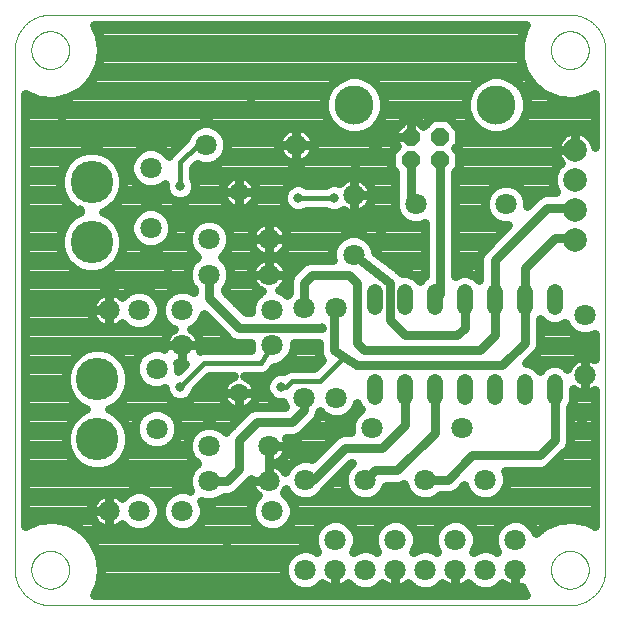
<source format=gbl>
G75*
%MOIN*%
%OFA0B0*%
%FSLAX25Y25*%
%IPPOS*%
%LPD*%
%AMOC8*
5,1,8,0,0,1.08239X$1,22.5*
%
%ADD10C,0.00000*%
%ADD11C,0.07087*%
%ADD12C,0.05200*%
%ADD13OC8,0.05740*%
%ADD14C,0.13055*%
%ADD15C,0.07874*%
%ADD16C,0.06299*%
%ADD17C,0.14173*%
%ADD18C,0.03150*%
%ADD19C,0.03150*%
%ADD20C,0.01575*%
D10*
X0015764Y0017535D02*
X0015764Y0190764D01*
X0021276Y0190764D02*
X0021278Y0190922D01*
X0021284Y0191080D01*
X0021294Y0191238D01*
X0021308Y0191396D01*
X0021326Y0191553D01*
X0021347Y0191710D01*
X0021373Y0191866D01*
X0021403Y0192022D01*
X0021436Y0192177D01*
X0021474Y0192330D01*
X0021515Y0192483D01*
X0021560Y0192635D01*
X0021609Y0192786D01*
X0021662Y0192935D01*
X0021718Y0193083D01*
X0021778Y0193229D01*
X0021842Y0193374D01*
X0021910Y0193517D01*
X0021981Y0193659D01*
X0022055Y0193799D01*
X0022133Y0193936D01*
X0022215Y0194072D01*
X0022299Y0194206D01*
X0022388Y0194337D01*
X0022479Y0194466D01*
X0022574Y0194593D01*
X0022671Y0194718D01*
X0022772Y0194840D01*
X0022876Y0194959D01*
X0022983Y0195076D01*
X0023093Y0195190D01*
X0023206Y0195301D01*
X0023321Y0195410D01*
X0023439Y0195515D01*
X0023560Y0195617D01*
X0023683Y0195717D01*
X0023809Y0195813D01*
X0023937Y0195906D01*
X0024067Y0195996D01*
X0024200Y0196082D01*
X0024335Y0196166D01*
X0024471Y0196245D01*
X0024610Y0196322D01*
X0024751Y0196394D01*
X0024893Y0196464D01*
X0025037Y0196529D01*
X0025183Y0196591D01*
X0025330Y0196649D01*
X0025479Y0196704D01*
X0025629Y0196755D01*
X0025780Y0196802D01*
X0025932Y0196845D01*
X0026085Y0196884D01*
X0026240Y0196920D01*
X0026395Y0196951D01*
X0026551Y0196979D01*
X0026707Y0197003D01*
X0026864Y0197023D01*
X0027022Y0197039D01*
X0027179Y0197051D01*
X0027338Y0197059D01*
X0027496Y0197063D01*
X0027654Y0197063D01*
X0027812Y0197059D01*
X0027971Y0197051D01*
X0028128Y0197039D01*
X0028286Y0197023D01*
X0028443Y0197003D01*
X0028599Y0196979D01*
X0028755Y0196951D01*
X0028910Y0196920D01*
X0029065Y0196884D01*
X0029218Y0196845D01*
X0029370Y0196802D01*
X0029521Y0196755D01*
X0029671Y0196704D01*
X0029820Y0196649D01*
X0029967Y0196591D01*
X0030113Y0196529D01*
X0030257Y0196464D01*
X0030399Y0196394D01*
X0030540Y0196322D01*
X0030679Y0196245D01*
X0030815Y0196166D01*
X0030950Y0196082D01*
X0031083Y0195996D01*
X0031213Y0195906D01*
X0031341Y0195813D01*
X0031467Y0195717D01*
X0031590Y0195617D01*
X0031711Y0195515D01*
X0031829Y0195410D01*
X0031944Y0195301D01*
X0032057Y0195190D01*
X0032167Y0195076D01*
X0032274Y0194959D01*
X0032378Y0194840D01*
X0032479Y0194718D01*
X0032576Y0194593D01*
X0032671Y0194466D01*
X0032762Y0194337D01*
X0032851Y0194206D01*
X0032935Y0194072D01*
X0033017Y0193936D01*
X0033095Y0193799D01*
X0033169Y0193659D01*
X0033240Y0193517D01*
X0033308Y0193374D01*
X0033372Y0193229D01*
X0033432Y0193083D01*
X0033488Y0192935D01*
X0033541Y0192786D01*
X0033590Y0192635D01*
X0033635Y0192483D01*
X0033676Y0192330D01*
X0033714Y0192177D01*
X0033747Y0192022D01*
X0033777Y0191866D01*
X0033803Y0191710D01*
X0033824Y0191553D01*
X0033842Y0191396D01*
X0033856Y0191238D01*
X0033866Y0191080D01*
X0033872Y0190922D01*
X0033874Y0190764D01*
X0033872Y0190606D01*
X0033866Y0190448D01*
X0033856Y0190290D01*
X0033842Y0190132D01*
X0033824Y0189975D01*
X0033803Y0189818D01*
X0033777Y0189662D01*
X0033747Y0189506D01*
X0033714Y0189351D01*
X0033676Y0189198D01*
X0033635Y0189045D01*
X0033590Y0188893D01*
X0033541Y0188742D01*
X0033488Y0188593D01*
X0033432Y0188445D01*
X0033372Y0188299D01*
X0033308Y0188154D01*
X0033240Y0188011D01*
X0033169Y0187869D01*
X0033095Y0187729D01*
X0033017Y0187592D01*
X0032935Y0187456D01*
X0032851Y0187322D01*
X0032762Y0187191D01*
X0032671Y0187062D01*
X0032576Y0186935D01*
X0032479Y0186810D01*
X0032378Y0186688D01*
X0032274Y0186569D01*
X0032167Y0186452D01*
X0032057Y0186338D01*
X0031944Y0186227D01*
X0031829Y0186118D01*
X0031711Y0186013D01*
X0031590Y0185911D01*
X0031467Y0185811D01*
X0031341Y0185715D01*
X0031213Y0185622D01*
X0031083Y0185532D01*
X0030950Y0185446D01*
X0030815Y0185362D01*
X0030679Y0185283D01*
X0030540Y0185206D01*
X0030399Y0185134D01*
X0030257Y0185064D01*
X0030113Y0184999D01*
X0029967Y0184937D01*
X0029820Y0184879D01*
X0029671Y0184824D01*
X0029521Y0184773D01*
X0029370Y0184726D01*
X0029218Y0184683D01*
X0029065Y0184644D01*
X0028910Y0184608D01*
X0028755Y0184577D01*
X0028599Y0184549D01*
X0028443Y0184525D01*
X0028286Y0184505D01*
X0028128Y0184489D01*
X0027971Y0184477D01*
X0027812Y0184469D01*
X0027654Y0184465D01*
X0027496Y0184465D01*
X0027338Y0184469D01*
X0027179Y0184477D01*
X0027022Y0184489D01*
X0026864Y0184505D01*
X0026707Y0184525D01*
X0026551Y0184549D01*
X0026395Y0184577D01*
X0026240Y0184608D01*
X0026085Y0184644D01*
X0025932Y0184683D01*
X0025780Y0184726D01*
X0025629Y0184773D01*
X0025479Y0184824D01*
X0025330Y0184879D01*
X0025183Y0184937D01*
X0025037Y0184999D01*
X0024893Y0185064D01*
X0024751Y0185134D01*
X0024610Y0185206D01*
X0024471Y0185283D01*
X0024335Y0185362D01*
X0024200Y0185446D01*
X0024067Y0185532D01*
X0023937Y0185622D01*
X0023809Y0185715D01*
X0023683Y0185811D01*
X0023560Y0185911D01*
X0023439Y0186013D01*
X0023321Y0186118D01*
X0023206Y0186227D01*
X0023093Y0186338D01*
X0022983Y0186452D01*
X0022876Y0186569D01*
X0022772Y0186688D01*
X0022671Y0186810D01*
X0022574Y0186935D01*
X0022479Y0187062D01*
X0022388Y0187191D01*
X0022299Y0187322D01*
X0022215Y0187456D01*
X0022133Y0187592D01*
X0022055Y0187729D01*
X0021981Y0187869D01*
X0021910Y0188011D01*
X0021842Y0188154D01*
X0021778Y0188299D01*
X0021718Y0188445D01*
X0021662Y0188593D01*
X0021609Y0188742D01*
X0021560Y0188893D01*
X0021515Y0189045D01*
X0021474Y0189198D01*
X0021436Y0189351D01*
X0021403Y0189506D01*
X0021373Y0189662D01*
X0021347Y0189818D01*
X0021326Y0189975D01*
X0021308Y0190132D01*
X0021294Y0190290D01*
X0021284Y0190448D01*
X0021278Y0190606D01*
X0021276Y0190764D01*
X0015764Y0190764D02*
X0015767Y0191049D01*
X0015778Y0191335D01*
X0015795Y0191620D01*
X0015819Y0191904D01*
X0015850Y0192188D01*
X0015888Y0192471D01*
X0015933Y0192752D01*
X0015984Y0193033D01*
X0016042Y0193313D01*
X0016107Y0193591D01*
X0016179Y0193867D01*
X0016257Y0194141D01*
X0016342Y0194414D01*
X0016434Y0194684D01*
X0016532Y0194952D01*
X0016636Y0195218D01*
X0016747Y0195481D01*
X0016864Y0195741D01*
X0016987Y0195999D01*
X0017117Y0196253D01*
X0017253Y0196504D01*
X0017394Y0196752D01*
X0017542Y0196996D01*
X0017695Y0197237D01*
X0017855Y0197473D01*
X0018020Y0197706D01*
X0018190Y0197935D01*
X0018366Y0198160D01*
X0018548Y0198380D01*
X0018734Y0198596D01*
X0018926Y0198807D01*
X0019123Y0199014D01*
X0019325Y0199216D01*
X0019532Y0199413D01*
X0019743Y0199605D01*
X0019959Y0199791D01*
X0020179Y0199973D01*
X0020404Y0200149D01*
X0020633Y0200319D01*
X0020866Y0200484D01*
X0021102Y0200644D01*
X0021343Y0200797D01*
X0021587Y0200945D01*
X0021835Y0201086D01*
X0022086Y0201222D01*
X0022340Y0201352D01*
X0022598Y0201475D01*
X0022858Y0201592D01*
X0023121Y0201703D01*
X0023387Y0201807D01*
X0023655Y0201905D01*
X0023925Y0201997D01*
X0024198Y0202082D01*
X0024472Y0202160D01*
X0024748Y0202232D01*
X0025026Y0202297D01*
X0025306Y0202355D01*
X0025587Y0202406D01*
X0025868Y0202451D01*
X0026151Y0202489D01*
X0026435Y0202520D01*
X0026719Y0202544D01*
X0027004Y0202561D01*
X0027290Y0202572D01*
X0027575Y0202575D01*
X0200803Y0202575D01*
X0194504Y0190764D02*
X0194506Y0190922D01*
X0194512Y0191080D01*
X0194522Y0191238D01*
X0194536Y0191396D01*
X0194554Y0191553D01*
X0194575Y0191710D01*
X0194601Y0191866D01*
X0194631Y0192022D01*
X0194664Y0192177D01*
X0194702Y0192330D01*
X0194743Y0192483D01*
X0194788Y0192635D01*
X0194837Y0192786D01*
X0194890Y0192935D01*
X0194946Y0193083D01*
X0195006Y0193229D01*
X0195070Y0193374D01*
X0195138Y0193517D01*
X0195209Y0193659D01*
X0195283Y0193799D01*
X0195361Y0193936D01*
X0195443Y0194072D01*
X0195527Y0194206D01*
X0195616Y0194337D01*
X0195707Y0194466D01*
X0195802Y0194593D01*
X0195899Y0194718D01*
X0196000Y0194840D01*
X0196104Y0194959D01*
X0196211Y0195076D01*
X0196321Y0195190D01*
X0196434Y0195301D01*
X0196549Y0195410D01*
X0196667Y0195515D01*
X0196788Y0195617D01*
X0196911Y0195717D01*
X0197037Y0195813D01*
X0197165Y0195906D01*
X0197295Y0195996D01*
X0197428Y0196082D01*
X0197563Y0196166D01*
X0197699Y0196245D01*
X0197838Y0196322D01*
X0197979Y0196394D01*
X0198121Y0196464D01*
X0198265Y0196529D01*
X0198411Y0196591D01*
X0198558Y0196649D01*
X0198707Y0196704D01*
X0198857Y0196755D01*
X0199008Y0196802D01*
X0199160Y0196845D01*
X0199313Y0196884D01*
X0199468Y0196920D01*
X0199623Y0196951D01*
X0199779Y0196979D01*
X0199935Y0197003D01*
X0200092Y0197023D01*
X0200250Y0197039D01*
X0200407Y0197051D01*
X0200566Y0197059D01*
X0200724Y0197063D01*
X0200882Y0197063D01*
X0201040Y0197059D01*
X0201199Y0197051D01*
X0201356Y0197039D01*
X0201514Y0197023D01*
X0201671Y0197003D01*
X0201827Y0196979D01*
X0201983Y0196951D01*
X0202138Y0196920D01*
X0202293Y0196884D01*
X0202446Y0196845D01*
X0202598Y0196802D01*
X0202749Y0196755D01*
X0202899Y0196704D01*
X0203048Y0196649D01*
X0203195Y0196591D01*
X0203341Y0196529D01*
X0203485Y0196464D01*
X0203627Y0196394D01*
X0203768Y0196322D01*
X0203907Y0196245D01*
X0204043Y0196166D01*
X0204178Y0196082D01*
X0204311Y0195996D01*
X0204441Y0195906D01*
X0204569Y0195813D01*
X0204695Y0195717D01*
X0204818Y0195617D01*
X0204939Y0195515D01*
X0205057Y0195410D01*
X0205172Y0195301D01*
X0205285Y0195190D01*
X0205395Y0195076D01*
X0205502Y0194959D01*
X0205606Y0194840D01*
X0205707Y0194718D01*
X0205804Y0194593D01*
X0205899Y0194466D01*
X0205990Y0194337D01*
X0206079Y0194206D01*
X0206163Y0194072D01*
X0206245Y0193936D01*
X0206323Y0193799D01*
X0206397Y0193659D01*
X0206468Y0193517D01*
X0206536Y0193374D01*
X0206600Y0193229D01*
X0206660Y0193083D01*
X0206716Y0192935D01*
X0206769Y0192786D01*
X0206818Y0192635D01*
X0206863Y0192483D01*
X0206904Y0192330D01*
X0206942Y0192177D01*
X0206975Y0192022D01*
X0207005Y0191866D01*
X0207031Y0191710D01*
X0207052Y0191553D01*
X0207070Y0191396D01*
X0207084Y0191238D01*
X0207094Y0191080D01*
X0207100Y0190922D01*
X0207102Y0190764D01*
X0207100Y0190606D01*
X0207094Y0190448D01*
X0207084Y0190290D01*
X0207070Y0190132D01*
X0207052Y0189975D01*
X0207031Y0189818D01*
X0207005Y0189662D01*
X0206975Y0189506D01*
X0206942Y0189351D01*
X0206904Y0189198D01*
X0206863Y0189045D01*
X0206818Y0188893D01*
X0206769Y0188742D01*
X0206716Y0188593D01*
X0206660Y0188445D01*
X0206600Y0188299D01*
X0206536Y0188154D01*
X0206468Y0188011D01*
X0206397Y0187869D01*
X0206323Y0187729D01*
X0206245Y0187592D01*
X0206163Y0187456D01*
X0206079Y0187322D01*
X0205990Y0187191D01*
X0205899Y0187062D01*
X0205804Y0186935D01*
X0205707Y0186810D01*
X0205606Y0186688D01*
X0205502Y0186569D01*
X0205395Y0186452D01*
X0205285Y0186338D01*
X0205172Y0186227D01*
X0205057Y0186118D01*
X0204939Y0186013D01*
X0204818Y0185911D01*
X0204695Y0185811D01*
X0204569Y0185715D01*
X0204441Y0185622D01*
X0204311Y0185532D01*
X0204178Y0185446D01*
X0204043Y0185362D01*
X0203907Y0185283D01*
X0203768Y0185206D01*
X0203627Y0185134D01*
X0203485Y0185064D01*
X0203341Y0184999D01*
X0203195Y0184937D01*
X0203048Y0184879D01*
X0202899Y0184824D01*
X0202749Y0184773D01*
X0202598Y0184726D01*
X0202446Y0184683D01*
X0202293Y0184644D01*
X0202138Y0184608D01*
X0201983Y0184577D01*
X0201827Y0184549D01*
X0201671Y0184525D01*
X0201514Y0184505D01*
X0201356Y0184489D01*
X0201199Y0184477D01*
X0201040Y0184469D01*
X0200882Y0184465D01*
X0200724Y0184465D01*
X0200566Y0184469D01*
X0200407Y0184477D01*
X0200250Y0184489D01*
X0200092Y0184505D01*
X0199935Y0184525D01*
X0199779Y0184549D01*
X0199623Y0184577D01*
X0199468Y0184608D01*
X0199313Y0184644D01*
X0199160Y0184683D01*
X0199008Y0184726D01*
X0198857Y0184773D01*
X0198707Y0184824D01*
X0198558Y0184879D01*
X0198411Y0184937D01*
X0198265Y0184999D01*
X0198121Y0185064D01*
X0197979Y0185134D01*
X0197838Y0185206D01*
X0197699Y0185283D01*
X0197563Y0185362D01*
X0197428Y0185446D01*
X0197295Y0185532D01*
X0197165Y0185622D01*
X0197037Y0185715D01*
X0196911Y0185811D01*
X0196788Y0185911D01*
X0196667Y0186013D01*
X0196549Y0186118D01*
X0196434Y0186227D01*
X0196321Y0186338D01*
X0196211Y0186452D01*
X0196104Y0186569D01*
X0196000Y0186688D01*
X0195899Y0186810D01*
X0195802Y0186935D01*
X0195707Y0187062D01*
X0195616Y0187191D01*
X0195527Y0187322D01*
X0195443Y0187456D01*
X0195361Y0187592D01*
X0195283Y0187729D01*
X0195209Y0187869D01*
X0195138Y0188011D01*
X0195070Y0188154D01*
X0195006Y0188299D01*
X0194946Y0188445D01*
X0194890Y0188593D01*
X0194837Y0188742D01*
X0194788Y0188893D01*
X0194743Y0189045D01*
X0194702Y0189198D01*
X0194664Y0189351D01*
X0194631Y0189506D01*
X0194601Y0189662D01*
X0194575Y0189818D01*
X0194554Y0189975D01*
X0194536Y0190132D01*
X0194522Y0190290D01*
X0194512Y0190448D01*
X0194506Y0190606D01*
X0194504Y0190764D01*
X0200803Y0202575D02*
X0201088Y0202572D01*
X0201374Y0202561D01*
X0201659Y0202544D01*
X0201943Y0202520D01*
X0202227Y0202489D01*
X0202510Y0202451D01*
X0202791Y0202406D01*
X0203072Y0202355D01*
X0203352Y0202297D01*
X0203630Y0202232D01*
X0203906Y0202160D01*
X0204180Y0202082D01*
X0204453Y0201997D01*
X0204723Y0201905D01*
X0204991Y0201807D01*
X0205257Y0201703D01*
X0205520Y0201592D01*
X0205780Y0201475D01*
X0206038Y0201352D01*
X0206292Y0201222D01*
X0206543Y0201086D01*
X0206791Y0200945D01*
X0207035Y0200797D01*
X0207276Y0200644D01*
X0207512Y0200484D01*
X0207745Y0200319D01*
X0207974Y0200149D01*
X0208199Y0199973D01*
X0208419Y0199791D01*
X0208635Y0199605D01*
X0208846Y0199413D01*
X0209053Y0199216D01*
X0209255Y0199014D01*
X0209452Y0198807D01*
X0209644Y0198596D01*
X0209830Y0198380D01*
X0210012Y0198160D01*
X0210188Y0197935D01*
X0210358Y0197706D01*
X0210523Y0197473D01*
X0210683Y0197237D01*
X0210836Y0196996D01*
X0210984Y0196752D01*
X0211125Y0196504D01*
X0211261Y0196253D01*
X0211391Y0195999D01*
X0211514Y0195741D01*
X0211631Y0195481D01*
X0211742Y0195218D01*
X0211846Y0194952D01*
X0211944Y0194684D01*
X0212036Y0194414D01*
X0212121Y0194141D01*
X0212199Y0193867D01*
X0212271Y0193591D01*
X0212336Y0193313D01*
X0212394Y0193033D01*
X0212445Y0192752D01*
X0212490Y0192471D01*
X0212528Y0192188D01*
X0212559Y0191904D01*
X0212583Y0191620D01*
X0212600Y0191335D01*
X0212611Y0191049D01*
X0212614Y0190764D01*
X0212614Y0017535D01*
X0194504Y0017535D02*
X0194506Y0017693D01*
X0194512Y0017851D01*
X0194522Y0018009D01*
X0194536Y0018167D01*
X0194554Y0018324D01*
X0194575Y0018481D01*
X0194601Y0018637D01*
X0194631Y0018793D01*
X0194664Y0018948D01*
X0194702Y0019101D01*
X0194743Y0019254D01*
X0194788Y0019406D01*
X0194837Y0019557D01*
X0194890Y0019706D01*
X0194946Y0019854D01*
X0195006Y0020000D01*
X0195070Y0020145D01*
X0195138Y0020288D01*
X0195209Y0020430D01*
X0195283Y0020570D01*
X0195361Y0020707D01*
X0195443Y0020843D01*
X0195527Y0020977D01*
X0195616Y0021108D01*
X0195707Y0021237D01*
X0195802Y0021364D01*
X0195899Y0021489D01*
X0196000Y0021611D01*
X0196104Y0021730D01*
X0196211Y0021847D01*
X0196321Y0021961D01*
X0196434Y0022072D01*
X0196549Y0022181D01*
X0196667Y0022286D01*
X0196788Y0022388D01*
X0196911Y0022488D01*
X0197037Y0022584D01*
X0197165Y0022677D01*
X0197295Y0022767D01*
X0197428Y0022853D01*
X0197563Y0022937D01*
X0197699Y0023016D01*
X0197838Y0023093D01*
X0197979Y0023165D01*
X0198121Y0023235D01*
X0198265Y0023300D01*
X0198411Y0023362D01*
X0198558Y0023420D01*
X0198707Y0023475D01*
X0198857Y0023526D01*
X0199008Y0023573D01*
X0199160Y0023616D01*
X0199313Y0023655D01*
X0199468Y0023691D01*
X0199623Y0023722D01*
X0199779Y0023750D01*
X0199935Y0023774D01*
X0200092Y0023794D01*
X0200250Y0023810D01*
X0200407Y0023822D01*
X0200566Y0023830D01*
X0200724Y0023834D01*
X0200882Y0023834D01*
X0201040Y0023830D01*
X0201199Y0023822D01*
X0201356Y0023810D01*
X0201514Y0023794D01*
X0201671Y0023774D01*
X0201827Y0023750D01*
X0201983Y0023722D01*
X0202138Y0023691D01*
X0202293Y0023655D01*
X0202446Y0023616D01*
X0202598Y0023573D01*
X0202749Y0023526D01*
X0202899Y0023475D01*
X0203048Y0023420D01*
X0203195Y0023362D01*
X0203341Y0023300D01*
X0203485Y0023235D01*
X0203627Y0023165D01*
X0203768Y0023093D01*
X0203907Y0023016D01*
X0204043Y0022937D01*
X0204178Y0022853D01*
X0204311Y0022767D01*
X0204441Y0022677D01*
X0204569Y0022584D01*
X0204695Y0022488D01*
X0204818Y0022388D01*
X0204939Y0022286D01*
X0205057Y0022181D01*
X0205172Y0022072D01*
X0205285Y0021961D01*
X0205395Y0021847D01*
X0205502Y0021730D01*
X0205606Y0021611D01*
X0205707Y0021489D01*
X0205804Y0021364D01*
X0205899Y0021237D01*
X0205990Y0021108D01*
X0206079Y0020977D01*
X0206163Y0020843D01*
X0206245Y0020707D01*
X0206323Y0020570D01*
X0206397Y0020430D01*
X0206468Y0020288D01*
X0206536Y0020145D01*
X0206600Y0020000D01*
X0206660Y0019854D01*
X0206716Y0019706D01*
X0206769Y0019557D01*
X0206818Y0019406D01*
X0206863Y0019254D01*
X0206904Y0019101D01*
X0206942Y0018948D01*
X0206975Y0018793D01*
X0207005Y0018637D01*
X0207031Y0018481D01*
X0207052Y0018324D01*
X0207070Y0018167D01*
X0207084Y0018009D01*
X0207094Y0017851D01*
X0207100Y0017693D01*
X0207102Y0017535D01*
X0207100Y0017377D01*
X0207094Y0017219D01*
X0207084Y0017061D01*
X0207070Y0016903D01*
X0207052Y0016746D01*
X0207031Y0016589D01*
X0207005Y0016433D01*
X0206975Y0016277D01*
X0206942Y0016122D01*
X0206904Y0015969D01*
X0206863Y0015816D01*
X0206818Y0015664D01*
X0206769Y0015513D01*
X0206716Y0015364D01*
X0206660Y0015216D01*
X0206600Y0015070D01*
X0206536Y0014925D01*
X0206468Y0014782D01*
X0206397Y0014640D01*
X0206323Y0014500D01*
X0206245Y0014363D01*
X0206163Y0014227D01*
X0206079Y0014093D01*
X0205990Y0013962D01*
X0205899Y0013833D01*
X0205804Y0013706D01*
X0205707Y0013581D01*
X0205606Y0013459D01*
X0205502Y0013340D01*
X0205395Y0013223D01*
X0205285Y0013109D01*
X0205172Y0012998D01*
X0205057Y0012889D01*
X0204939Y0012784D01*
X0204818Y0012682D01*
X0204695Y0012582D01*
X0204569Y0012486D01*
X0204441Y0012393D01*
X0204311Y0012303D01*
X0204178Y0012217D01*
X0204043Y0012133D01*
X0203907Y0012054D01*
X0203768Y0011977D01*
X0203627Y0011905D01*
X0203485Y0011835D01*
X0203341Y0011770D01*
X0203195Y0011708D01*
X0203048Y0011650D01*
X0202899Y0011595D01*
X0202749Y0011544D01*
X0202598Y0011497D01*
X0202446Y0011454D01*
X0202293Y0011415D01*
X0202138Y0011379D01*
X0201983Y0011348D01*
X0201827Y0011320D01*
X0201671Y0011296D01*
X0201514Y0011276D01*
X0201356Y0011260D01*
X0201199Y0011248D01*
X0201040Y0011240D01*
X0200882Y0011236D01*
X0200724Y0011236D01*
X0200566Y0011240D01*
X0200407Y0011248D01*
X0200250Y0011260D01*
X0200092Y0011276D01*
X0199935Y0011296D01*
X0199779Y0011320D01*
X0199623Y0011348D01*
X0199468Y0011379D01*
X0199313Y0011415D01*
X0199160Y0011454D01*
X0199008Y0011497D01*
X0198857Y0011544D01*
X0198707Y0011595D01*
X0198558Y0011650D01*
X0198411Y0011708D01*
X0198265Y0011770D01*
X0198121Y0011835D01*
X0197979Y0011905D01*
X0197838Y0011977D01*
X0197699Y0012054D01*
X0197563Y0012133D01*
X0197428Y0012217D01*
X0197295Y0012303D01*
X0197165Y0012393D01*
X0197037Y0012486D01*
X0196911Y0012582D01*
X0196788Y0012682D01*
X0196667Y0012784D01*
X0196549Y0012889D01*
X0196434Y0012998D01*
X0196321Y0013109D01*
X0196211Y0013223D01*
X0196104Y0013340D01*
X0196000Y0013459D01*
X0195899Y0013581D01*
X0195802Y0013706D01*
X0195707Y0013833D01*
X0195616Y0013962D01*
X0195527Y0014093D01*
X0195443Y0014227D01*
X0195361Y0014363D01*
X0195283Y0014500D01*
X0195209Y0014640D01*
X0195138Y0014782D01*
X0195070Y0014925D01*
X0195006Y0015070D01*
X0194946Y0015216D01*
X0194890Y0015364D01*
X0194837Y0015513D01*
X0194788Y0015664D01*
X0194743Y0015816D01*
X0194702Y0015969D01*
X0194664Y0016122D01*
X0194631Y0016277D01*
X0194601Y0016433D01*
X0194575Y0016589D01*
X0194554Y0016746D01*
X0194536Y0016903D01*
X0194522Y0017061D01*
X0194512Y0017219D01*
X0194506Y0017377D01*
X0194504Y0017535D01*
X0200803Y0005724D02*
X0201088Y0005727D01*
X0201374Y0005738D01*
X0201659Y0005755D01*
X0201943Y0005779D01*
X0202227Y0005810D01*
X0202510Y0005848D01*
X0202791Y0005893D01*
X0203072Y0005944D01*
X0203352Y0006002D01*
X0203630Y0006067D01*
X0203906Y0006139D01*
X0204180Y0006217D01*
X0204453Y0006302D01*
X0204723Y0006394D01*
X0204991Y0006492D01*
X0205257Y0006596D01*
X0205520Y0006707D01*
X0205780Y0006824D01*
X0206038Y0006947D01*
X0206292Y0007077D01*
X0206543Y0007213D01*
X0206791Y0007354D01*
X0207035Y0007502D01*
X0207276Y0007655D01*
X0207512Y0007815D01*
X0207745Y0007980D01*
X0207974Y0008150D01*
X0208199Y0008326D01*
X0208419Y0008508D01*
X0208635Y0008694D01*
X0208846Y0008886D01*
X0209053Y0009083D01*
X0209255Y0009285D01*
X0209452Y0009492D01*
X0209644Y0009703D01*
X0209830Y0009919D01*
X0210012Y0010139D01*
X0210188Y0010364D01*
X0210358Y0010593D01*
X0210523Y0010826D01*
X0210683Y0011062D01*
X0210836Y0011303D01*
X0210984Y0011547D01*
X0211125Y0011795D01*
X0211261Y0012046D01*
X0211391Y0012300D01*
X0211514Y0012558D01*
X0211631Y0012818D01*
X0211742Y0013081D01*
X0211846Y0013347D01*
X0211944Y0013615D01*
X0212036Y0013885D01*
X0212121Y0014158D01*
X0212199Y0014432D01*
X0212271Y0014708D01*
X0212336Y0014986D01*
X0212394Y0015266D01*
X0212445Y0015547D01*
X0212490Y0015828D01*
X0212528Y0016111D01*
X0212559Y0016395D01*
X0212583Y0016679D01*
X0212600Y0016964D01*
X0212611Y0017250D01*
X0212614Y0017535D01*
X0200803Y0005724D02*
X0027575Y0005724D01*
X0021276Y0017535D02*
X0021278Y0017693D01*
X0021284Y0017851D01*
X0021294Y0018009D01*
X0021308Y0018167D01*
X0021326Y0018324D01*
X0021347Y0018481D01*
X0021373Y0018637D01*
X0021403Y0018793D01*
X0021436Y0018948D01*
X0021474Y0019101D01*
X0021515Y0019254D01*
X0021560Y0019406D01*
X0021609Y0019557D01*
X0021662Y0019706D01*
X0021718Y0019854D01*
X0021778Y0020000D01*
X0021842Y0020145D01*
X0021910Y0020288D01*
X0021981Y0020430D01*
X0022055Y0020570D01*
X0022133Y0020707D01*
X0022215Y0020843D01*
X0022299Y0020977D01*
X0022388Y0021108D01*
X0022479Y0021237D01*
X0022574Y0021364D01*
X0022671Y0021489D01*
X0022772Y0021611D01*
X0022876Y0021730D01*
X0022983Y0021847D01*
X0023093Y0021961D01*
X0023206Y0022072D01*
X0023321Y0022181D01*
X0023439Y0022286D01*
X0023560Y0022388D01*
X0023683Y0022488D01*
X0023809Y0022584D01*
X0023937Y0022677D01*
X0024067Y0022767D01*
X0024200Y0022853D01*
X0024335Y0022937D01*
X0024471Y0023016D01*
X0024610Y0023093D01*
X0024751Y0023165D01*
X0024893Y0023235D01*
X0025037Y0023300D01*
X0025183Y0023362D01*
X0025330Y0023420D01*
X0025479Y0023475D01*
X0025629Y0023526D01*
X0025780Y0023573D01*
X0025932Y0023616D01*
X0026085Y0023655D01*
X0026240Y0023691D01*
X0026395Y0023722D01*
X0026551Y0023750D01*
X0026707Y0023774D01*
X0026864Y0023794D01*
X0027022Y0023810D01*
X0027179Y0023822D01*
X0027338Y0023830D01*
X0027496Y0023834D01*
X0027654Y0023834D01*
X0027812Y0023830D01*
X0027971Y0023822D01*
X0028128Y0023810D01*
X0028286Y0023794D01*
X0028443Y0023774D01*
X0028599Y0023750D01*
X0028755Y0023722D01*
X0028910Y0023691D01*
X0029065Y0023655D01*
X0029218Y0023616D01*
X0029370Y0023573D01*
X0029521Y0023526D01*
X0029671Y0023475D01*
X0029820Y0023420D01*
X0029967Y0023362D01*
X0030113Y0023300D01*
X0030257Y0023235D01*
X0030399Y0023165D01*
X0030540Y0023093D01*
X0030679Y0023016D01*
X0030815Y0022937D01*
X0030950Y0022853D01*
X0031083Y0022767D01*
X0031213Y0022677D01*
X0031341Y0022584D01*
X0031467Y0022488D01*
X0031590Y0022388D01*
X0031711Y0022286D01*
X0031829Y0022181D01*
X0031944Y0022072D01*
X0032057Y0021961D01*
X0032167Y0021847D01*
X0032274Y0021730D01*
X0032378Y0021611D01*
X0032479Y0021489D01*
X0032576Y0021364D01*
X0032671Y0021237D01*
X0032762Y0021108D01*
X0032851Y0020977D01*
X0032935Y0020843D01*
X0033017Y0020707D01*
X0033095Y0020570D01*
X0033169Y0020430D01*
X0033240Y0020288D01*
X0033308Y0020145D01*
X0033372Y0020000D01*
X0033432Y0019854D01*
X0033488Y0019706D01*
X0033541Y0019557D01*
X0033590Y0019406D01*
X0033635Y0019254D01*
X0033676Y0019101D01*
X0033714Y0018948D01*
X0033747Y0018793D01*
X0033777Y0018637D01*
X0033803Y0018481D01*
X0033824Y0018324D01*
X0033842Y0018167D01*
X0033856Y0018009D01*
X0033866Y0017851D01*
X0033872Y0017693D01*
X0033874Y0017535D01*
X0033872Y0017377D01*
X0033866Y0017219D01*
X0033856Y0017061D01*
X0033842Y0016903D01*
X0033824Y0016746D01*
X0033803Y0016589D01*
X0033777Y0016433D01*
X0033747Y0016277D01*
X0033714Y0016122D01*
X0033676Y0015969D01*
X0033635Y0015816D01*
X0033590Y0015664D01*
X0033541Y0015513D01*
X0033488Y0015364D01*
X0033432Y0015216D01*
X0033372Y0015070D01*
X0033308Y0014925D01*
X0033240Y0014782D01*
X0033169Y0014640D01*
X0033095Y0014500D01*
X0033017Y0014363D01*
X0032935Y0014227D01*
X0032851Y0014093D01*
X0032762Y0013962D01*
X0032671Y0013833D01*
X0032576Y0013706D01*
X0032479Y0013581D01*
X0032378Y0013459D01*
X0032274Y0013340D01*
X0032167Y0013223D01*
X0032057Y0013109D01*
X0031944Y0012998D01*
X0031829Y0012889D01*
X0031711Y0012784D01*
X0031590Y0012682D01*
X0031467Y0012582D01*
X0031341Y0012486D01*
X0031213Y0012393D01*
X0031083Y0012303D01*
X0030950Y0012217D01*
X0030815Y0012133D01*
X0030679Y0012054D01*
X0030540Y0011977D01*
X0030399Y0011905D01*
X0030257Y0011835D01*
X0030113Y0011770D01*
X0029967Y0011708D01*
X0029820Y0011650D01*
X0029671Y0011595D01*
X0029521Y0011544D01*
X0029370Y0011497D01*
X0029218Y0011454D01*
X0029065Y0011415D01*
X0028910Y0011379D01*
X0028755Y0011348D01*
X0028599Y0011320D01*
X0028443Y0011296D01*
X0028286Y0011276D01*
X0028128Y0011260D01*
X0027971Y0011248D01*
X0027812Y0011240D01*
X0027654Y0011236D01*
X0027496Y0011236D01*
X0027338Y0011240D01*
X0027179Y0011248D01*
X0027022Y0011260D01*
X0026864Y0011276D01*
X0026707Y0011296D01*
X0026551Y0011320D01*
X0026395Y0011348D01*
X0026240Y0011379D01*
X0026085Y0011415D01*
X0025932Y0011454D01*
X0025780Y0011497D01*
X0025629Y0011544D01*
X0025479Y0011595D01*
X0025330Y0011650D01*
X0025183Y0011708D01*
X0025037Y0011770D01*
X0024893Y0011835D01*
X0024751Y0011905D01*
X0024610Y0011977D01*
X0024471Y0012054D01*
X0024335Y0012133D01*
X0024200Y0012217D01*
X0024067Y0012303D01*
X0023937Y0012393D01*
X0023809Y0012486D01*
X0023683Y0012582D01*
X0023560Y0012682D01*
X0023439Y0012784D01*
X0023321Y0012889D01*
X0023206Y0012998D01*
X0023093Y0013109D01*
X0022983Y0013223D01*
X0022876Y0013340D01*
X0022772Y0013459D01*
X0022671Y0013581D01*
X0022574Y0013706D01*
X0022479Y0013833D01*
X0022388Y0013962D01*
X0022299Y0014093D01*
X0022215Y0014227D01*
X0022133Y0014363D01*
X0022055Y0014500D01*
X0021981Y0014640D01*
X0021910Y0014782D01*
X0021842Y0014925D01*
X0021778Y0015070D01*
X0021718Y0015216D01*
X0021662Y0015364D01*
X0021609Y0015513D01*
X0021560Y0015664D01*
X0021515Y0015816D01*
X0021474Y0015969D01*
X0021436Y0016122D01*
X0021403Y0016277D01*
X0021373Y0016433D01*
X0021347Y0016589D01*
X0021326Y0016746D01*
X0021308Y0016903D01*
X0021294Y0017061D01*
X0021284Y0017219D01*
X0021278Y0017377D01*
X0021276Y0017535D01*
X0015764Y0017535D02*
X0015767Y0017250D01*
X0015778Y0016964D01*
X0015795Y0016679D01*
X0015819Y0016395D01*
X0015850Y0016111D01*
X0015888Y0015828D01*
X0015933Y0015547D01*
X0015984Y0015266D01*
X0016042Y0014986D01*
X0016107Y0014708D01*
X0016179Y0014432D01*
X0016257Y0014158D01*
X0016342Y0013885D01*
X0016434Y0013615D01*
X0016532Y0013347D01*
X0016636Y0013081D01*
X0016747Y0012818D01*
X0016864Y0012558D01*
X0016987Y0012300D01*
X0017117Y0012046D01*
X0017253Y0011795D01*
X0017394Y0011547D01*
X0017542Y0011303D01*
X0017695Y0011062D01*
X0017855Y0010826D01*
X0018020Y0010593D01*
X0018190Y0010364D01*
X0018366Y0010139D01*
X0018548Y0009919D01*
X0018734Y0009703D01*
X0018926Y0009492D01*
X0019123Y0009285D01*
X0019325Y0009083D01*
X0019532Y0008886D01*
X0019743Y0008694D01*
X0019959Y0008508D01*
X0020179Y0008326D01*
X0020404Y0008150D01*
X0020633Y0007980D01*
X0020866Y0007815D01*
X0021102Y0007655D01*
X0021343Y0007502D01*
X0021587Y0007354D01*
X0021835Y0007213D01*
X0022086Y0007077D01*
X0022340Y0006947D01*
X0022598Y0006824D01*
X0022858Y0006707D01*
X0023121Y0006596D01*
X0023387Y0006492D01*
X0023655Y0006394D01*
X0023925Y0006302D01*
X0024198Y0006217D01*
X0024472Y0006139D01*
X0024748Y0006067D01*
X0025026Y0006002D01*
X0025306Y0005944D01*
X0025587Y0005893D01*
X0025868Y0005848D01*
X0026151Y0005810D01*
X0026435Y0005779D01*
X0026719Y0005755D01*
X0027004Y0005738D01*
X0027290Y0005727D01*
X0027575Y0005724D01*
D11*
X0047260Y0037220D03*
X0057260Y0037220D03*
X0071630Y0037220D03*
X0080567Y0047063D03*
X0080567Y0058874D03*
X0063008Y0064622D03*
X0063008Y0084622D03*
X0071630Y0092339D03*
X0071630Y0104150D03*
X0057260Y0104150D03*
X0047260Y0104150D03*
X0061039Y0131551D03*
X0080567Y0127772D03*
X0080567Y0115961D03*
X0100567Y0115961D03*
X0100567Y0127772D03*
X0112201Y0104937D03*
X0101630Y0104150D03*
X0101630Y0092339D03*
X0112201Y0074937D03*
X0122988Y0074937D03*
X0134976Y0064937D03*
X0132614Y0047575D03*
X0112614Y0047575D03*
X0101630Y0037220D03*
X0100567Y0047063D03*
X0100567Y0058874D03*
X0122614Y0027575D03*
X0122614Y0017575D03*
X0112614Y0017575D03*
X0132614Y0017575D03*
X0142614Y0017575D03*
X0142614Y0027575D03*
X0152614Y0017575D03*
X0162614Y0017575D03*
X0162614Y0027575D03*
X0172614Y0017575D03*
X0182614Y0017575D03*
X0182614Y0027575D03*
X0172614Y0047575D03*
X0164976Y0064937D03*
X0152614Y0047575D03*
X0205764Y0082575D03*
X0205764Y0102575D03*
X0179583Y0139543D03*
X0149583Y0139543D03*
X0128677Y0142575D03*
X0128677Y0122575D03*
X0122988Y0104937D03*
X0109504Y0159268D03*
X0079504Y0159268D03*
X0061039Y0151551D03*
D12*
X0135764Y0110175D02*
X0135764Y0104975D01*
X0145764Y0104975D02*
X0145764Y0110175D01*
X0155764Y0110175D02*
X0155764Y0104975D01*
X0165764Y0104975D02*
X0165764Y0110175D01*
X0175764Y0110175D02*
X0175764Y0104975D01*
X0185764Y0104975D02*
X0185764Y0110175D01*
X0195764Y0110175D02*
X0195764Y0104975D01*
X0195764Y0080175D02*
X0195764Y0074975D01*
X0185764Y0074975D02*
X0185764Y0080175D01*
X0175764Y0080175D02*
X0175764Y0074975D01*
X0165764Y0074975D02*
X0165764Y0080175D01*
X0155764Y0080175D02*
X0155764Y0074975D01*
X0145764Y0074975D02*
X0145764Y0080175D01*
X0135764Y0080175D02*
X0135764Y0074975D01*
D13*
X0147693Y0154031D03*
X0147693Y0161906D03*
X0157535Y0161906D03*
X0157535Y0154031D03*
D14*
X0176315Y0172575D03*
X0128913Y0172575D03*
D15*
X0202614Y0157575D03*
X0202614Y0147575D03*
X0202614Y0137575D03*
X0202614Y0127575D03*
D16*
X0090567Y0143520D03*
X0090567Y0076591D03*
D17*
X0043323Y0081079D03*
X0043323Y0061079D03*
X0041354Y0126827D03*
X0041354Y0146827D03*
D18*
X0033181Y0153686D02*
X0019307Y0153686D01*
X0019307Y0150538D02*
X0031344Y0150538D01*
X0031449Y0150930D02*
X0030724Y0148226D01*
X0030724Y0145427D01*
X0031449Y0142724D01*
X0032848Y0140300D01*
X0034827Y0138321D01*
X0037251Y0136921D01*
X0037604Y0136827D01*
X0037251Y0136732D01*
X0034827Y0135333D01*
X0032848Y0133354D01*
X0031449Y0130930D01*
X0030724Y0128226D01*
X0030724Y0125427D01*
X0031449Y0122724D01*
X0032848Y0120300D01*
X0034827Y0118321D01*
X0037251Y0116921D01*
X0039955Y0116197D01*
X0042754Y0116197D01*
X0045457Y0116921D01*
X0047881Y0118321D01*
X0049860Y0120300D01*
X0051260Y0122724D01*
X0051984Y0125427D01*
X0051984Y0128226D01*
X0051260Y0130930D01*
X0049860Y0133354D01*
X0047881Y0135333D01*
X0045457Y0136732D01*
X0045105Y0136827D01*
X0045457Y0136921D01*
X0047881Y0138321D01*
X0049860Y0140300D01*
X0051260Y0142724D01*
X0051984Y0145427D01*
X0051984Y0148226D01*
X0051260Y0150930D01*
X0049860Y0153354D01*
X0047881Y0155333D01*
X0045457Y0156732D01*
X0042754Y0157457D01*
X0039955Y0157457D01*
X0037251Y0156732D01*
X0034827Y0155333D01*
X0032848Y0153354D01*
X0031449Y0150930D01*
X0030724Y0147390D02*
X0019307Y0147390D01*
X0019307Y0144242D02*
X0031042Y0144242D01*
X0032390Y0141093D02*
X0019307Y0141093D01*
X0019307Y0137945D02*
X0035478Y0137945D01*
X0034292Y0134797D02*
X0019307Y0134797D01*
X0019307Y0131649D02*
X0031864Y0131649D01*
X0030798Y0128501D02*
X0019307Y0128501D01*
X0019307Y0125353D02*
X0030744Y0125353D01*
X0031748Y0122205D02*
X0019307Y0122205D01*
X0019307Y0119057D02*
X0034091Y0119057D01*
X0043274Y0108816D02*
X0042593Y0108135D01*
X0042027Y0107356D01*
X0041590Y0106498D01*
X0041292Y0105582D01*
X0041142Y0104631D01*
X0041142Y0104150D01*
X0047260Y0104150D01*
X0047260Y0104150D01*
X0047260Y0110268D01*
X0047741Y0110268D01*
X0048692Y0110117D01*
X0049608Y0109819D01*
X0050466Y0109382D01*
X0051246Y0108816D01*
X0051575Y0108487D01*
X0053246Y0110157D01*
X0055850Y0111236D01*
X0058669Y0111236D01*
X0061274Y0110157D01*
X0063268Y0108164D01*
X0064346Y0105559D01*
X0064346Y0102740D01*
X0063268Y0100135D01*
X0061274Y0098142D01*
X0058669Y0097063D01*
X0055850Y0097063D01*
X0053246Y0098142D01*
X0051575Y0099812D01*
X0051246Y0099483D01*
X0050466Y0098917D01*
X0049608Y0098480D01*
X0048692Y0098182D01*
X0047741Y0098031D01*
X0047260Y0098031D01*
X0047260Y0104149D01*
X0047260Y0104149D01*
X0047260Y0098031D01*
X0046778Y0098031D01*
X0045827Y0098182D01*
X0044911Y0098480D01*
X0044053Y0098917D01*
X0043274Y0099483D01*
X0042593Y0100164D01*
X0042027Y0100943D01*
X0041590Y0101801D01*
X0041292Y0102717D01*
X0041142Y0103668D01*
X0041142Y0104150D01*
X0047260Y0104150D01*
X0047260Y0110268D01*
X0046778Y0110268D01*
X0045827Y0110117D01*
X0044911Y0109819D01*
X0044053Y0109382D01*
X0043274Y0108816D01*
X0044505Y0109612D02*
X0019307Y0109612D01*
X0019307Y0112760D02*
X0074222Y0112760D01*
X0074559Y0111946D02*
X0075449Y0111057D01*
X0075449Y0110238D01*
X0073040Y0111236D01*
X0070220Y0111236D01*
X0067616Y0110157D01*
X0065622Y0108164D01*
X0064543Y0105559D01*
X0064543Y0102740D01*
X0065622Y0100135D01*
X0067616Y0098142D01*
X0068679Y0097701D01*
X0068423Y0097571D01*
X0067644Y0097005D01*
X0066963Y0096324D01*
X0066397Y0095545D01*
X0065960Y0094687D01*
X0065662Y0093771D01*
X0065512Y0092820D01*
X0065512Y0092339D01*
X0071630Y0092339D01*
X0077748Y0092339D01*
X0077748Y0092820D01*
X0077597Y0093771D01*
X0077300Y0094687D01*
X0076863Y0095545D01*
X0076297Y0096324D01*
X0075616Y0097005D01*
X0074837Y0097571D01*
X0074581Y0097701D01*
X0075644Y0098142D01*
X0077638Y0100135D01*
X0078717Y0102740D01*
X0078717Y0102856D01*
X0086228Y0095345D01*
X0087668Y0093905D01*
X0089549Y0093126D01*
X0094543Y0093126D01*
X0094543Y0090929D01*
X0094612Y0090764D01*
X0079617Y0090764D01*
X0077894Y0090764D01*
X0077498Y0090599D01*
X0077597Y0090906D01*
X0077748Y0091857D01*
X0077748Y0092339D01*
X0071630Y0092339D01*
X0071630Y0092339D01*
X0071630Y0092339D01*
X0065512Y0092339D01*
X0065512Y0091857D01*
X0065614Y0091213D01*
X0064417Y0091709D01*
X0061598Y0091709D01*
X0058994Y0090630D01*
X0057000Y0088636D01*
X0055921Y0086032D01*
X0055921Y0083212D01*
X0057000Y0080608D01*
X0058994Y0078614D01*
X0061598Y0077535D01*
X0064417Y0077535D01*
X0065764Y0078093D01*
X0065764Y0077541D01*
X0066543Y0075660D01*
X0067983Y0074220D01*
X0069864Y0073441D01*
X0071900Y0073441D01*
X0073781Y0074220D01*
X0075221Y0075660D01*
X0076000Y0077541D01*
X0076000Y0077553D01*
X0080550Y0082102D01*
X0089006Y0082102D01*
X0088370Y0081896D01*
X0087567Y0081486D01*
X0086838Y0080957D01*
X0086201Y0080320D01*
X0085671Y0079591D01*
X0085262Y0078788D01*
X0084983Y0077931D01*
X0084843Y0077041D01*
X0084843Y0076591D01*
X0090567Y0076591D01*
X0096291Y0076591D01*
X0096291Y0077041D01*
X0096150Y0077931D01*
X0095872Y0078788D01*
X0095463Y0079591D01*
X0094933Y0080320D01*
X0094296Y0080957D01*
X0093567Y0081486D01*
X0092764Y0081896D01*
X0092128Y0082102D01*
X0097269Y0082102D01*
X0097698Y0082018D01*
X0098122Y0082102D01*
X0098554Y0082102D01*
X0098958Y0082270D01*
X0099387Y0082355D01*
X0099746Y0082596D01*
X0100146Y0082762D01*
X0100455Y0083071D01*
X0100818Y0083314D01*
X0101058Y0083674D01*
X0101364Y0083980D01*
X0101532Y0084384D01*
X0102110Y0085252D01*
X0103040Y0085252D01*
X0105644Y0086331D01*
X0107638Y0088324D01*
X0108717Y0090929D01*
X0108717Y0093126D01*
X0117083Y0093126D01*
X0117083Y0091226D01*
X0116982Y0090719D01*
X0117083Y0090218D01*
X0117083Y0089706D01*
X0117280Y0089229D01*
X0117382Y0088722D01*
X0117666Y0088298D01*
X0117862Y0087825D01*
X0118226Y0087461D01*
X0115623Y0084858D01*
X0107422Y0084858D01*
X0105830Y0084199D01*
X0105309Y0083677D01*
X0103328Y0083677D01*
X0101447Y0082898D01*
X0100008Y0081458D01*
X0099228Y0079577D01*
X0099228Y0077541D01*
X0100008Y0075660D01*
X0101447Y0074220D01*
X0103328Y0073441D01*
X0105150Y0073441D01*
X0105802Y0071866D01*
X0095454Y0071866D01*
X0093573Y0071087D01*
X0092134Y0069647D01*
X0086228Y0063742D01*
X0086080Y0063383D01*
X0084581Y0064882D01*
X0081977Y0065961D01*
X0079157Y0065961D01*
X0076553Y0064882D01*
X0074559Y0062888D01*
X0073480Y0060284D01*
X0073480Y0057464D01*
X0074559Y0054860D01*
X0076450Y0052969D01*
X0074559Y0051077D01*
X0073480Y0048473D01*
X0073480Y0045653D01*
X0074245Y0043808D01*
X0073040Y0044307D01*
X0070220Y0044307D01*
X0067616Y0043228D01*
X0065622Y0041235D01*
X0064543Y0038630D01*
X0064543Y0035811D01*
X0065622Y0033206D01*
X0067616Y0031213D01*
X0070220Y0030134D01*
X0073040Y0030134D01*
X0075644Y0031213D01*
X0077638Y0033206D01*
X0078717Y0035811D01*
X0078717Y0038630D01*
X0077952Y0040476D01*
X0079157Y0039976D01*
X0081977Y0039976D01*
X0084581Y0041055D01*
X0085471Y0041945D01*
X0087648Y0041945D01*
X0089529Y0042724D01*
X0093466Y0046661D01*
X0094468Y0047662D01*
X0094449Y0047545D01*
X0094449Y0047063D01*
X0100567Y0047063D01*
X0100567Y0047063D01*
X0100567Y0058874D01*
X0106685Y0058874D01*
X0106685Y0059356D01*
X0106534Y0060307D01*
X0106237Y0061223D01*
X0106029Y0061630D01*
X0109302Y0061630D01*
X0111183Y0062409D01*
X0115120Y0066346D01*
X0116559Y0067786D01*
X0117339Y0069667D01*
X0117339Y0070053D01*
X0117594Y0070309D01*
X0118974Y0068929D01*
X0121579Y0067850D01*
X0124398Y0067850D01*
X0127002Y0068929D01*
X0128996Y0070923D01*
X0129894Y0073092D01*
X0130556Y0071495D01*
X0131064Y0070987D01*
X0130962Y0070945D01*
X0128969Y0068951D01*
X0127890Y0066347D01*
X0127890Y0063527D01*
X0127966Y0063343D01*
X0124746Y0063343D01*
X0122865Y0062563D01*
X0121425Y0061124D01*
X0114688Y0054386D01*
X0114024Y0054661D01*
X0111205Y0054661D01*
X0108600Y0053583D01*
X0106606Y0051589D01*
X0105943Y0049988D01*
X0105800Y0050270D01*
X0105234Y0051049D01*
X0104553Y0051730D01*
X0103774Y0052296D01*
X0102915Y0052733D01*
X0102190Y0052969D01*
X0102915Y0053204D01*
X0103774Y0053641D01*
X0104553Y0054207D01*
X0105234Y0054888D01*
X0105800Y0055667D01*
X0106237Y0056525D01*
X0106534Y0057441D01*
X0106685Y0058392D01*
X0106685Y0058874D01*
X0100567Y0058874D01*
X0100567Y0058874D01*
X0100567Y0058874D01*
X0100567Y0053181D01*
X0100567Y0047063D01*
X0100567Y0047063D01*
X0094449Y0047063D01*
X0094449Y0046581D01*
X0094599Y0045630D01*
X0094897Y0044714D01*
X0095334Y0043856D01*
X0095900Y0043077D01*
X0096581Y0042396D01*
X0096699Y0042311D01*
X0095622Y0041235D01*
X0094543Y0038630D01*
X0094543Y0035811D01*
X0095622Y0033206D01*
X0097616Y0031213D01*
X0100220Y0030134D01*
X0103040Y0030134D01*
X0105644Y0031213D01*
X0107638Y0033206D01*
X0108717Y0035811D01*
X0108717Y0038630D01*
X0107638Y0041235D01*
X0105644Y0043228D01*
X0105413Y0043324D01*
X0105800Y0043856D01*
X0106177Y0044597D01*
X0106606Y0043561D01*
X0108600Y0041567D01*
X0111205Y0040488D01*
X0114024Y0040488D01*
X0116628Y0041567D01*
X0118622Y0043561D01*
X0118823Y0044045D01*
X0127884Y0053106D01*
X0128124Y0053106D01*
X0126606Y0051589D01*
X0125528Y0048984D01*
X0125528Y0046165D01*
X0126606Y0043561D01*
X0128600Y0041567D01*
X0131205Y0040488D01*
X0134024Y0040488D01*
X0136628Y0041567D01*
X0138622Y0043561D01*
X0139469Y0045606D01*
X0144282Y0045606D01*
X0145543Y0046129D01*
X0146606Y0043561D01*
X0148600Y0041567D01*
X0151205Y0040488D01*
X0154024Y0040488D01*
X0156628Y0041567D01*
X0157518Y0042457D01*
X0161132Y0042457D01*
X0163013Y0043236D01*
X0165649Y0045872D01*
X0166606Y0043561D01*
X0168600Y0041567D01*
X0171205Y0040488D01*
X0174024Y0040488D01*
X0176628Y0041567D01*
X0178622Y0043561D01*
X0179701Y0046165D01*
X0179701Y0048984D01*
X0179029Y0050606D01*
X0191782Y0050606D01*
X0193663Y0051385D01*
X0198663Y0056385D01*
X0200103Y0057825D01*
X0200882Y0059706D01*
X0200882Y0071405D01*
X0200972Y0071495D01*
X0201907Y0073753D01*
X0201907Y0077814D01*
X0202557Y0077342D01*
X0203415Y0076905D01*
X0204331Y0076607D01*
X0205282Y0076457D01*
X0205764Y0076457D01*
X0206245Y0076457D01*
X0207196Y0076607D01*
X0208112Y0076905D01*
X0208970Y0077342D01*
X0209071Y0077415D01*
X0209071Y0032106D01*
X0206993Y0033306D01*
X0206993Y0033306D01*
X0202069Y0034430D01*
X0197033Y0034052D01*
X0192332Y0032207D01*
X0189351Y0029830D01*
X0188622Y0031589D01*
X0186628Y0033583D01*
X0184024Y0034661D01*
X0181205Y0034661D01*
X0178600Y0033583D01*
X0176606Y0031589D01*
X0175528Y0028984D01*
X0175528Y0026165D01*
X0176591Y0023598D01*
X0174024Y0024661D01*
X0171205Y0024661D01*
X0168637Y0023598D01*
X0169701Y0026165D01*
X0169701Y0028984D01*
X0168622Y0031589D01*
X0166628Y0033583D01*
X0164024Y0034661D01*
X0161205Y0034661D01*
X0158600Y0033583D01*
X0156606Y0031589D01*
X0155528Y0028984D01*
X0155528Y0026165D01*
X0156591Y0023598D01*
X0154024Y0024661D01*
X0151205Y0024661D01*
X0148637Y0023598D01*
X0149701Y0026165D01*
X0149701Y0028984D01*
X0148622Y0031589D01*
X0146628Y0033583D01*
X0144024Y0034661D01*
X0141205Y0034661D01*
X0138600Y0033583D01*
X0136606Y0031589D01*
X0135528Y0028984D01*
X0135528Y0026165D01*
X0136591Y0023598D01*
X0134024Y0024661D01*
X0131205Y0024661D01*
X0128637Y0023598D01*
X0129701Y0026165D01*
X0129701Y0028984D01*
X0128622Y0031589D01*
X0126628Y0033583D01*
X0124024Y0034661D01*
X0121205Y0034661D01*
X0118600Y0033583D01*
X0116606Y0031589D01*
X0115528Y0028984D01*
X0115528Y0026165D01*
X0116591Y0023598D01*
X0114024Y0024661D01*
X0111205Y0024661D01*
X0108600Y0023583D01*
X0106606Y0021589D01*
X0105528Y0018984D01*
X0105528Y0016165D01*
X0106606Y0013561D01*
X0108600Y0011567D01*
X0111205Y0010488D01*
X0114024Y0010488D01*
X0116628Y0011567D01*
X0118299Y0013238D01*
X0118628Y0012908D01*
X0119408Y0012342D01*
X0120266Y0011905D01*
X0121182Y0011607D01*
X0122133Y0011457D01*
X0122614Y0011457D01*
X0122614Y0017575D01*
X0122614Y0017575D01*
X0122614Y0011457D01*
X0123096Y0011457D01*
X0124047Y0011607D01*
X0124963Y0011905D01*
X0125821Y0012342D01*
X0126600Y0012908D01*
X0126929Y0013238D01*
X0128600Y0011567D01*
X0131205Y0010488D01*
X0134024Y0010488D01*
X0136628Y0011567D01*
X0138299Y0013238D01*
X0138628Y0012908D01*
X0139408Y0012342D01*
X0140266Y0011905D01*
X0141182Y0011607D01*
X0142133Y0011457D01*
X0142614Y0011457D01*
X0142614Y0017575D01*
X0142614Y0017575D01*
X0142614Y0011457D01*
X0143096Y0011457D01*
X0144047Y0011607D01*
X0144963Y0011905D01*
X0145821Y0012342D01*
X0146600Y0012908D01*
X0146929Y0013238D01*
X0148600Y0011567D01*
X0151205Y0010488D01*
X0154024Y0010488D01*
X0156628Y0011567D01*
X0158299Y0013238D01*
X0158628Y0012908D01*
X0159408Y0012342D01*
X0160266Y0011905D01*
X0161182Y0011607D01*
X0162133Y0011457D01*
X0162614Y0011457D01*
X0162614Y0017575D01*
X0162614Y0017575D01*
X0162614Y0011457D01*
X0163096Y0011457D01*
X0164047Y0011607D01*
X0164963Y0011905D01*
X0165821Y0012342D01*
X0166600Y0012908D01*
X0166929Y0013238D01*
X0168600Y0011567D01*
X0171205Y0010488D01*
X0174024Y0010488D01*
X0176628Y0011567D01*
X0178299Y0013238D01*
X0178628Y0012908D01*
X0179408Y0012342D01*
X0180266Y0011905D01*
X0181182Y0011607D01*
X0182133Y0011457D01*
X0182614Y0011457D01*
X0182614Y0017575D01*
X0182614Y0017575D01*
X0182614Y0011457D01*
X0183096Y0011457D01*
X0184047Y0011607D01*
X0184963Y0011905D01*
X0185002Y0011925D01*
X0185539Y0010185D01*
X0185539Y0010185D01*
X0186164Y0009268D01*
X0042187Y0009268D01*
X0043764Y0012542D01*
X0044517Y0017535D01*
X0043764Y0022529D01*
X0043764Y0022529D01*
X0041573Y0027079D01*
X0038138Y0030781D01*
X0038138Y0030781D01*
X0033764Y0033306D01*
X0028841Y0034430D01*
X0023805Y0034052D01*
X0019307Y0032287D01*
X0019307Y0176012D01*
X0023805Y0174247D01*
X0028841Y0173869D01*
X0033764Y0174993D01*
X0033764Y0174993D01*
X0038138Y0177518D01*
X0038138Y0177518D01*
X0038138Y0177518D01*
X0041573Y0181220D01*
X0041573Y0181220D01*
X0043764Y0185770D01*
X0043764Y0185770D01*
X0044517Y0190764D01*
X0043764Y0195757D01*
X0042187Y0199031D01*
X0186164Y0199031D01*
X0185539Y0198115D01*
X0185539Y0198115D01*
X0184051Y0193289D01*
X0184051Y0188239D01*
X0185539Y0183413D01*
X0188384Y0179240D01*
X0192332Y0176092D01*
X0192332Y0176092D01*
X0197033Y0174247D01*
X0197033Y0174247D01*
X0202069Y0173869D01*
X0206993Y0174993D01*
X0209071Y0176193D01*
X0209071Y0158420D01*
X0209015Y0158848D01*
X0208794Y0159672D01*
X0208467Y0160461D01*
X0208040Y0161200D01*
X0207521Y0161878D01*
X0206917Y0162481D01*
X0206240Y0163001D01*
X0205500Y0163428D01*
X0204712Y0163754D01*
X0203887Y0163975D01*
X0203041Y0164087D01*
X0202614Y0164087D01*
X0202187Y0164087D01*
X0201341Y0163975D01*
X0200517Y0163754D01*
X0199728Y0163428D01*
X0198989Y0163001D01*
X0198311Y0162481D01*
X0197708Y0161878D01*
X0197188Y0161200D01*
X0196761Y0160461D01*
X0196435Y0159672D01*
X0196214Y0158848D01*
X0196102Y0158002D01*
X0196102Y0157575D01*
X0202614Y0157575D01*
X0202614Y0164087D01*
X0202614Y0157575D01*
X0202614Y0157575D01*
X0202614Y0157575D01*
X0196102Y0157575D01*
X0196102Y0157148D01*
X0196214Y0156302D01*
X0196435Y0155477D01*
X0196761Y0154689D01*
X0197188Y0153949D01*
X0197708Y0153272D01*
X0197720Y0153260D01*
X0196273Y0151812D01*
X0195134Y0149063D01*
X0195134Y0146087D01*
X0196271Y0143343D01*
X0192246Y0143343D01*
X0190365Y0142563D01*
X0188925Y0141124D01*
X0186669Y0138868D01*
X0186669Y0140953D01*
X0185590Y0143558D01*
X0183597Y0145551D01*
X0180992Y0146630D01*
X0178173Y0146630D01*
X0175568Y0145551D01*
X0173575Y0143558D01*
X0172496Y0140953D01*
X0172496Y0138134D01*
X0173575Y0135529D01*
X0175568Y0133536D01*
X0178173Y0132457D01*
X0180258Y0132457D01*
X0171425Y0123624D01*
X0170646Y0121742D01*
X0170646Y0113981D01*
X0169244Y0115383D01*
X0166986Y0116318D01*
X0164542Y0116318D01*
X0162654Y0115536D01*
X0162654Y0150080D01*
X0163949Y0151375D01*
X0163949Y0156688D01*
X0162668Y0157968D01*
X0163949Y0159249D01*
X0163949Y0164562D01*
X0160192Y0168319D01*
X0154879Y0168319D01*
X0151929Y0165369D01*
X0149948Y0167350D01*
X0147693Y0167350D01*
X0147693Y0161906D01*
X0147693Y0161906D01*
X0147693Y0167350D01*
X0145438Y0167350D01*
X0142248Y0164161D01*
X0142248Y0161906D01*
X0147693Y0161906D01*
X0139445Y0161906D01*
X0133264Y0155724D01*
X0129327Y0155035D01*
X0128677Y0142575D01*
X0128677Y0148693D01*
X0128196Y0148693D01*
X0127245Y0148542D01*
X0126329Y0148245D01*
X0125471Y0147807D01*
X0124691Y0147241D01*
X0124011Y0146560D01*
X0123856Y0146348D01*
X0123081Y0146669D01*
X0121045Y0146669D01*
X0119164Y0145890D01*
X0119156Y0145882D01*
X0113159Y0145882D01*
X0113151Y0145890D01*
X0111270Y0146669D01*
X0109234Y0146669D01*
X0107353Y0145890D01*
X0105913Y0144450D01*
X0105134Y0142569D01*
X0105134Y0140533D01*
X0105913Y0138652D01*
X0107353Y0137212D01*
X0109234Y0136433D01*
X0111270Y0136433D01*
X0113151Y0137212D01*
X0113159Y0137220D01*
X0119156Y0137220D01*
X0119164Y0137212D01*
X0121045Y0136433D01*
X0123081Y0136433D01*
X0124962Y0137212D01*
X0125251Y0137501D01*
X0125471Y0137342D01*
X0126329Y0136905D01*
X0127245Y0136607D01*
X0128196Y0136457D01*
X0128677Y0136457D01*
X0128677Y0142575D01*
X0128677Y0142575D01*
X0128677Y0148693D01*
X0129159Y0148693D01*
X0130110Y0148542D01*
X0131026Y0148245D01*
X0131884Y0147807D01*
X0132663Y0147241D01*
X0133344Y0146560D01*
X0133910Y0145781D01*
X0134347Y0144923D01*
X0134645Y0144007D01*
X0134795Y0143056D01*
X0134795Y0142575D01*
X0128677Y0142575D01*
X0128677Y0142575D01*
X0128677Y0142575D01*
X0134795Y0142575D01*
X0134795Y0142093D01*
X0134645Y0141142D01*
X0134347Y0140226D01*
X0133910Y0139368D01*
X0133344Y0138589D01*
X0132663Y0137908D01*
X0131884Y0137342D01*
X0131026Y0136905D01*
X0130110Y0136607D01*
X0129159Y0136457D01*
X0128677Y0136457D01*
X0128677Y0142575D01*
X0128677Y0141093D02*
X0128677Y0141093D01*
X0128677Y0137945D02*
X0128677Y0137945D01*
X0132700Y0137945D02*
X0142574Y0137945D01*
X0142496Y0138134D02*
X0143575Y0135529D01*
X0145568Y0133536D01*
X0148173Y0132457D01*
X0150992Y0132457D01*
X0152417Y0133047D01*
X0152417Y0115438D01*
X0152284Y0115383D01*
X0150764Y0113863D01*
X0149244Y0115383D01*
X0146986Y0116318D01*
X0144908Y0116318D01*
X0144867Y0116360D01*
X0144701Y0116650D01*
X0144153Y0117073D01*
X0143663Y0117563D01*
X0143354Y0117691D01*
X0135764Y0123563D01*
X0135764Y0123984D01*
X0134685Y0126589D01*
X0132691Y0128583D01*
X0130087Y0129661D01*
X0127268Y0129661D01*
X0124663Y0128583D01*
X0122669Y0126589D01*
X0121591Y0123984D01*
X0121591Y0121165D01*
X0121724Y0120843D01*
X0113683Y0120843D01*
X0111802Y0120063D01*
X0109302Y0117563D01*
X0107862Y0116124D01*
X0107083Y0114242D01*
X0107083Y0109841D01*
X0106522Y0109280D01*
X0105644Y0110157D01*
X0103953Y0110858D01*
X0104553Y0111294D01*
X0105234Y0111975D01*
X0105800Y0112754D01*
X0106237Y0113612D01*
X0106534Y0114528D01*
X0106685Y0115479D01*
X0106685Y0115961D01*
X0106685Y0116442D01*
X0106534Y0117393D01*
X0106237Y0118309D01*
X0105800Y0119167D01*
X0105234Y0119946D01*
X0104553Y0120627D01*
X0103774Y0121193D01*
X0102915Y0121630D01*
X0102190Y0121866D01*
X0102915Y0122102D01*
X0103774Y0122539D01*
X0104553Y0123105D01*
X0105234Y0123786D01*
X0105800Y0124565D01*
X0106237Y0125423D01*
X0106534Y0126339D01*
X0106685Y0127290D01*
X0106685Y0127772D01*
X0106685Y0128253D01*
X0106534Y0129204D01*
X0106237Y0130120D01*
X0105800Y0130978D01*
X0105234Y0131757D01*
X0104553Y0132438D01*
X0103774Y0133004D01*
X0102915Y0133442D01*
X0102000Y0133739D01*
X0101048Y0133890D01*
X0100567Y0133890D01*
X0100567Y0127772D01*
X0100567Y0127772D01*
X0100567Y0133890D01*
X0100085Y0133890D01*
X0099134Y0133739D01*
X0098218Y0133442D01*
X0097360Y0133004D01*
X0096581Y0132438D01*
X0095900Y0131757D01*
X0095334Y0130978D01*
X0094897Y0130120D01*
X0094599Y0129204D01*
X0094449Y0128253D01*
X0094449Y0127772D01*
X0100567Y0127772D01*
X0106685Y0127772D01*
X0100567Y0127772D01*
X0100567Y0127772D01*
X0100567Y0127772D01*
X0094449Y0127772D01*
X0094449Y0127290D01*
X0094599Y0126339D01*
X0094897Y0125423D01*
X0095334Y0124565D01*
X0095900Y0123786D01*
X0096581Y0123105D01*
X0097360Y0122539D01*
X0098218Y0122102D01*
X0098944Y0121866D01*
X0098218Y0121630D01*
X0097360Y0121193D01*
X0096581Y0120627D01*
X0095900Y0119946D01*
X0095334Y0119167D01*
X0094897Y0118309D01*
X0094599Y0117393D01*
X0094449Y0116442D01*
X0094449Y0115961D01*
X0100567Y0115961D01*
X0100567Y0115961D01*
X0100567Y0127772D01*
X0100567Y0127772D01*
X0100567Y0122079D01*
X0100567Y0115961D01*
X0106685Y0115961D01*
X0100567Y0115961D01*
X0100567Y0115961D01*
X0100567Y0115961D01*
X0094449Y0115961D01*
X0094449Y0115479D01*
X0094599Y0114528D01*
X0094897Y0113612D01*
X0095334Y0112754D01*
X0095900Y0111975D01*
X0096581Y0111294D01*
X0097360Y0110728D01*
X0098093Y0110355D01*
X0097616Y0110157D01*
X0095622Y0108164D01*
X0094543Y0105559D01*
X0094543Y0103362D01*
X0092687Y0103362D01*
X0085685Y0110364D01*
X0085685Y0111057D01*
X0086575Y0111946D01*
X0087654Y0114551D01*
X0087654Y0117370D01*
X0086575Y0119975D01*
X0084683Y0121866D01*
X0086575Y0123757D01*
X0087654Y0126362D01*
X0087654Y0129181D01*
X0086575Y0131786D01*
X0084581Y0133779D01*
X0081977Y0134858D01*
X0079157Y0134858D01*
X0076553Y0133779D01*
X0074559Y0131786D01*
X0073480Y0129181D01*
X0073480Y0126362D01*
X0074559Y0123757D01*
X0076450Y0121866D01*
X0074559Y0119975D01*
X0073480Y0117370D01*
X0073480Y0114551D01*
X0074559Y0111946D01*
X0073480Y0115909D02*
X0019307Y0115909D01*
X0019307Y0106464D02*
X0041579Y0106464D01*
X0041197Y0103316D02*
X0019307Y0103316D01*
X0019307Y0100168D02*
X0042590Y0100168D01*
X0047260Y0100168D02*
X0047260Y0100168D01*
X0047260Y0103316D02*
X0047260Y0103316D01*
X0047260Y0104150D02*
X0047260Y0104150D01*
X0047260Y0106464D02*
X0047260Y0106464D01*
X0047260Y0109612D02*
X0047260Y0109612D01*
X0050015Y0109612D02*
X0052701Y0109612D01*
X0048617Y0119057D02*
X0074179Y0119057D01*
X0076112Y0122205D02*
X0050960Y0122205D01*
X0051964Y0125353D02*
X0057485Y0125353D01*
X0057025Y0125543D02*
X0059630Y0124465D01*
X0062449Y0124465D01*
X0065054Y0125543D01*
X0067047Y0127537D01*
X0068126Y0130142D01*
X0068126Y0132961D01*
X0067047Y0135565D01*
X0065054Y0137559D01*
X0062449Y0138638D01*
X0059630Y0138638D01*
X0057025Y0137559D01*
X0055032Y0135565D01*
X0053953Y0132961D01*
X0053953Y0130142D01*
X0055032Y0127537D01*
X0057025Y0125543D01*
X0054632Y0128501D02*
X0051911Y0128501D01*
X0050845Y0131649D02*
X0053953Y0131649D01*
X0054713Y0134797D02*
X0048417Y0134797D01*
X0047231Y0137945D02*
X0057958Y0137945D01*
X0064121Y0137945D02*
X0089198Y0137945D01*
X0089226Y0137936D02*
X0090116Y0137795D01*
X0090567Y0137795D01*
X0091017Y0137795D01*
X0091907Y0137936D01*
X0092764Y0138215D01*
X0093567Y0138624D01*
X0094296Y0139153D01*
X0094933Y0139790D01*
X0095463Y0140519D01*
X0095872Y0141322D01*
X0096150Y0142179D01*
X0096291Y0143069D01*
X0096291Y0143520D01*
X0096291Y0143970D01*
X0096150Y0144860D01*
X0095872Y0145717D01*
X0095463Y0146520D01*
X0094933Y0147249D01*
X0094296Y0147886D01*
X0093567Y0148416D01*
X0092764Y0148825D01*
X0091907Y0149103D01*
X0091017Y0149244D01*
X0090567Y0149244D01*
X0090567Y0143520D01*
X0090567Y0143520D01*
X0090567Y0149244D01*
X0090116Y0149244D01*
X0089226Y0149103D01*
X0088370Y0148825D01*
X0087567Y0148416D01*
X0086838Y0147886D01*
X0086201Y0147249D01*
X0085671Y0146520D01*
X0085262Y0145717D01*
X0084983Y0144860D01*
X0084843Y0143970D01*
X0084843Y0143520D01*
X0090567Y0143520D01*
X0096291Y0143520D01*
X0090567Y0143520D01*
X0090567Y0143520D01*
X0090567Y0143520D01*
X0084843Y0143520D01*
X0084843Y0143069D01*
X0084983Y0142179D01*
X0085262Y0141322D01*
X0085671Y0140519D01*
X0086201Y0139790D01*
X0086838Y0139153D01*
X0087567Y0138624D01*
X0088370Y0138215D01*
X0089226Y0137936D01*
X0090567Y0137945D02*
X0090567Y0137945D01*
X0090567Y0137795D02*
X0090567Y0143520D01*
X0090567Y0137795D01*
X0091935Y0137945D02*
X0106620Y0137945D01*
X0105134Y0141093D02*
X0095755Y0141093D01*
X0096248Y0144242D02*
X0105827Y0144242D01*
X0108071Y0153300D02*
X0107155Y0153598D01*
X0106297Y0154035D01*
X0105518Y0154601D01*
X0104837Y0155282D01*
X0104271Y0156061D01*
X0103834Y0156919D01*
X0103536Y0157835D01*
X0103386Y0158786D01*
X0103386Y0159268D01*
X0109504Y0159268D01*
X0109504Y0159268D01*
X0109504Y0165386D01*
X0109985Y0165386D01*
X0110937Y0165235D01*
X0111852Y0164938D01*
X0112711Y0164500D01*
X0113490Y0163934D01*
X0114171Y0163253D01*
X0114737Y0162474D01*
X0115174Y0161616D01*
X0115471Y0160700D01*
X0115622Y0159749D01*
X0115622Y0159268D01*
X0109504Y0159268D01*
X0109504Y0165386D01*
X0109022Y0165386D01*
X0108071Y0165235D01*
X0107155Y0164938D01*
X0106297Y0164500D01*
X0105518Y0163934D01*
X0104837Y0163253D01*
X0104271Y0162474D01*
X0103834Y0161616D01*
X0103536Y0160700D01*
X0103386Y0159749D01*
X0103386Y0159268D01*
X0109504Y0159268D01*
X0109504Y0159268D01*
X0109504Y0159268D01*
X0115622Y0159268D01*
X0115622Y0158786D01*
X0115471Y0157835D01*
X0115174Y0156919D01*
X0114737Y0156061D01*
X0114171Y0155282D01*
X0113490Y0154601D01*
X0112711Y0154035D01*
X0111852Y0153598D01*
X0110937Y0153300D01*
X0109985Y0153150D01*
X0109504Y0153150D01*
X0109504Y0159268D01*
X0109504Y0159268D01*
X0109504Y0153150D01*
X0109022Y0153150D01*
X0108071Y0153300D01*
X0106982Y0153686D02*
X0083944Y0153686D01*
X0083518Y0153260D02*
X0085512Y0155253D01*
X0086591Y0157858D01*
X0086591Y0160677D01*
X0085512Y0163282D01*
X0083518Y0165275D01*
X0080914Y0166354D01*
X0078094Y0166354D01*
X0075490Y0165275D01*
X0073496Y0163282D01*
X0072661Y0161266D01*
X0067210Y0155815D01*
X0067077Y0155493D01*
X0067047Y0155565D01*
X0065054Y0157559D01*
X0062449Y0158638D01*
X0059630Y0158638D01*
X0057025Y0157559D01*
X0055032Y0155565D01*
X0053953Y0152961D01*
X0053953Y0150142D01*
X0055032Y0147537D01*
X0057025Y0145543D01*
X0059630Y0144465D01*
X0062449Y0144465D01*
X0065054Y0145543D01*
X0065764Y0146254D01*
X0065764Y0144470D01*
X0066543Y0142589D01*
X0067983Y0141149D01*
X0069864Y0140370D01*
X0071900Y0140370D01*
X0073781Y0141149D01*
X0075221Y0142589D01*
X0076000Y0144470D01*
X0076000Y0146506D01*
X0075221Y0148387D01*
X0075213Y0148396D01*
X0075213Y0151568D01*
X0076490Y0152846D01*
X0078094Y0152181D01*
X0080914Y0152181D01*
X0083518Y0153260D01*
X0086166Y0156834D02*
X0103877Y0156834D01*
X0103423Y0159982D02*
X0086591Y0159982D01*
X0085574Y0163130D02*
X0104748Y0163130D01*
X0109504Y0163130D02*
X0109504Y0163130D01*
X0109504Y0159982D02*
X0109504Y0159982D01*
X0109504Y0156834D02*
X0109504Y0156834D01*
X0109504Y0153686D02*
X0109504Y0153686D01*
X0112025Y0153686D02*
X0141280Y0153686D01*
X0141280Y0151375D02*
X0142575Y0150080D01*
X0142575Y0141693D01*
X0142550Y0141084D01*
X0142496Y0140953D01*
X0142496Y0138134D01*
X0142551Y0141093D02*
X0134629Y0141093D01*
X0134569Y0144242D02*
X0142575Y0144242D01*
X0142575Y0147390D02*
X0132459Y0147390D01*
X0128677Y0147390D02*
X0128677Y0147390D01*
X0128677Y0144242D02*
X0128677Y0144242D01*
X0124896Y0147390D02*
X0094792Y0147390D01*
X0090567Y0147390D02*
X0090567Y0147390D01*
X0090567Y0144242D02*
X0090567Y0144242D01*
X0090567Y0143520D02*
X0090567Y0143520D01*
X0090567Y0141093D02*
X0090567Y0141093D01*
X0085378Y0141093D02*
X0073646Y0141093D01*
X0075905Y0144242D02*
X0084886Y0144242D01*
X0086341Y0147390D02*
X0075634Y0147390D01*
X0075213Y0150538D02*
X0142117Y0150538D01*
X0141280Y0151375D02*
X0141280Y0156688D01*
X0143245Y0158653D01*
X0142248Y0159650D01*
X0142248Y0161905D01*
X0147693Y0161905D01*
X0147693Y0161906D01*
X0147693Y0163130D02*
X0147693Y0163130D01*
X0147693Y0166278D02*
X0147693Y0166278D01*
X0151020Y0166278D02*
X0152838Y0166278D01*
X0144366Y0166278D02*
X0136859Y0166278D01*
X0136972Y0166391D02*
X0138298Y0168688D01*
X0138984Y0171249D01*
X0138984Y0173901D01*
X0138298Y0176462D01*
X0136972Y0178758D01*
X0135097Y0180633D01*
X0132801Y0181959D01*
X0130239Y0182646D01*
X0127588Y0182646D01*
X0125026Y0181959D01*
X0122730Y0180633D01*
X0120855Y0178758D01*
X0119529Y0176462D01*
X0118843Y0173901D01*
X0118843Y0171249D01*
X0119529Y0168688D01*
X0120855Y0166391D01*
X0122730Y0164516D01*
X0125026Y0163190D01*
X0127588Y0162504D01*
X0130239Y0162504D01*
X0132801Y0163190D01*
X0135097Y0164516D01*
X0136972Y0166391D01*
X0138496Y0169427D02*
X0166732Y0169427D01*
X0166930Y0168688D02*
X0168256Y0166391D01*
X0170131Y0164516D01*
X0172428Y0163190D01*
X0174989Y0162504D01*
X0177641Y0162504D01*
X0180202Y0163190D01*
X0182499Y0164516D01*
X0184374Y0166391D01*
X0185700Y0168688D01*
X0186386Y0171249D01*
X0186386Y0173901D01*
X0185700Y0176462D01*
X0184374Y0178758D01*
X0182499Y0180633D01*
X0180202Y0181959D01*
X0177641Y0182646D01*
X0174989Y0182646D01*
X0172428Y0181959D01*
X0170131Y0180633D01*
X0168256Y0178758D01*
X0166930Y0176462D01*
X0166244Y0173901D01*
X0166244Y0171249D01*
X0166930Y0168688D01*
X0168369Y0166278D02*
X0162232Y0166278D01*
X0163949Y0163130D02*
X0172651Y0163130D01*
X0179978Y0163130D02*
X0199213Y0163130D01*
X0202614Y0163130D02*
X0202614Y0163130D01*
X0206015Y0163130D02*
X0209071Y0163130D01*
X0209071Y0166278D02*
X0184261Y0166278D01*
X0185898Y0169427D02*
X0209071Y0169427D01*
X0209071Y0172575D02*
X0186386Y0172575D01*
X0185898Y0175723D02*
X0193273Y0175723D01*
X0188847Y0178871D02*
X0184261Y0178871D01*
X0186490Y0182019D02*
X0179980Y0182019D01*
X0184051Y0188315D02*
X0044147Y0188315D01*
X0043473Y0185167D02*
X0184998Y0185167D01*
X0185539Y0183413D02*
X0185539Y0183413D01*
X0188384Y0179240D02*
X0188384Y0179240D01*
X0188384Y0179240D01*
X0184051Y0191463D02*
X0044411Y0191463D01*
X0043937Y0194611D02*
X0184459Y0194611D01*
X0185430Y0197760D02*
X0042800Y0197760D01*
X0043764Y0195757D02*
X0043764Y0195757D01*
X0041957Y0182019D02*
X0125249Y0182019D01*
X0120967Y0178871D02*
X0039393Y0178871D01*
X0035028Y0175723D02*
X0119331Y0175723D01*
X0118843Y0172575D02*
X0019307Y0172575D01*
X0019307Y0169427D02*
X0119331Y0169427D01*
X0120967Y0166278D02*
X0081097Y0166278D01*
X0077911Y0166278D02*
X0019307Y0166278D01*
X0019307Y0163130D02*
X0073433Y0163130D01*
X0071377Y0159982D02*
X0019307Y0159982D01*
X0019307Y0156834D02*
X0037631Y0156834D01*
X0045077Y0156834D02*
X0056300Y0156834D01*
X0054253Y0153686D02*
X0049528Y0153686D01*
X0051365Y0150538D02*
X0053953Y0150538D01*
X0055179Y0147390D02*
X0051984Y0147390D01*
X0051667Y0144242D02*
X0065858Y0144242D01*
X0068117Y0141093D02*
X0050319Y0141093D01*
X0064594Y0125353D02*
X0073898Y0125353D01*
X0073480Y0128501D02*
X0067446Y0128501D01*
X0068126Y0131649D02*
X0074503Y0131649D01*
X0079010Y0134797D02*
X0067365Y0134797D01*
X0082124Y0134797D02*
X0144307Y0134797D01*
X0149583Y0139543D02*
X0147693Y0141591D01*
X0147693Y0154031D01*
X0141426Y0156834D02*
X0115130Y0156834D01*
X0115585Y0159982D02*
X0142248Y0159982D01*
X0142248Y0163130D02*
X0132577Y0163130D01*
X0125250Y0163130D02*
X0114260Y0163130D01*
X0132578Y0182019D02*
X0172650Y0182019D01*
X0168369Y0178871D02*
X0136860Y0178871D01*
X0138496Y0175723D02*
X0166732Y0175723D01*
X0166244Y0172575D02*
X0138984Y0172575D01*
X0157535Y0154031D02*
X0157535Y0109346D01*
X0155764Y0107575D01*
X0152417Y0115909D02*
X0147975Y0115909D01*
X0152417Y0119057D02*
X0141589Y0119057D01*
X0137520Y0122205D02*
X0152417Y0122205D01*
X0152417Y0125353D02*
X0135197Y0125353D01*
X0132773Y0128501D02*
X0152417Y0128501D01*
X0152417Y0131649D02*
X0105312Y0131649D01*
X0106646Y0128501D02*
X0124581Y0128501D01*
X0122157Y0125353D02*
X0106201Y0125353D01*
X0103118Y0122205D02*
X0121591Y0122205D01*
X0128677Y0122575D02*
X0140764Y0113224D01*
X0140764Y0100724D01*
X0145764Y0095724D01*
X0163264Y0095724D01*
X0165764Y0098224D01*
X0165764Y0107575D01*
X0167975Y0115909D02*
X0170646Y0115909D01*
X0170646Y0119057D02*
X0162654Y0119057D01*
X0162654Y0115909D02*
X0163553Y0115909D01*
X0162654Y0122205D02*
X0170837Y0122205D01*
X0173154Y0125353D02*
X0162654Y0125353D01*
X0162654Y0128501D02*
X0176302Y0128501D01*
X0179450Y0131649D02*
X0162654Y0131649D01*
X0162654Y0134797D02*
X0174307Y0134797D01*
X0172574Y0137945D02*
X0162654Y0137945D01*
X0162654Y0141093D02*
X0172554Y0141093D01*
X0174259Y0144242D02*
X0162654Y0144242D01*
X0162654Y0147390D02*
X0195134Y0147390D01*
X0195898Y0144242D02*
X0184906Y0144242D01*
X0186611Y0141093D02*
X0188895Y0141093D01*
X0193264Y0138224D02*
X0201965Y0138224D01*
X0202614Y0137575D01*
X0193264Y0138224D02*
X0175764Y0120724D01*
X0175764Y0107575D01*
X0175764Y0095724D01*
X0170764Y0090724D01*
X0132201Y0090724D01*
X0129701Y0093224D01*
X0129701Y0113224D01*
X0127201Y0115724D01*
X0114701Y0115724D01*
X0112201Y0113224D01*
X0112201Y0104937D01*
X0106854Y0109612D02*
X0106189Y0109612D01*
X0105803Y0112760D02*
X0107083Y0112760D01*
X0106685Y0115909D02*
X0107773Y0115909D01*
X0105856Y0119057D02*
X0110795Y0119057D01*
X0100567Y0119057D02*
X0100567Y0119057D01*
X0100567Y0122205D02*
X0100567Y0122205D01*
X0098016Y0122205D02*
X0085022Y0122205D01*
X0087236Y0125353D02*
X0094933Y0125353D01*
X0094488Y0128501D02*
X0087654Y0128501D01*
X0086631Y0131649D02*
X0095822Y0131649D01*
X0100567Y0131649D02*
X0100567Y0131649D01*
X0100567Y0128501D02*
X0100567Y0128501D01*
X0100567Y0125353D02*
X0100567Y0125353D01*
X0095278Y0119057D02*
X0086955Y0119057D01*
X0087654Y0115909D02*
X0094449Y0115909D01*
X0095331Y0112760D02*
X0086912Y0112760D01*
X0086437Y0109612D02*
X0097071Y0109612D01*
X0094918Y0106464D02*
X0089585Y0106464D01*
X0090567Y0098244D02*
X0118126Y0098244D01*
X0122201Y0104150D02*
X0122201Y0090724D01*
X0125449Y0088559D01*
X0129701Y0085724D01*
X0178264Y0085724D01*
X0185764Y0093224D01*
X0185764Y0107575D01*
X0185764Y0118224D01*
X0195764Y0128224D01*
X0201965Y0128224D01*
X0202614Y0127575D01*
X0195745Y0150538D02*
X0163112Y0150538D01*
X0163949Y0153686D02*
X0197390Y0153686D01*
X0196144Y0156834D02*
X0163803Y0156834D01*
X0163949Y0159982D02*
X0196563Y0159982D01*
X0202614Y0159982D02*
X0202614Y0159982D01*
X0208665Y0159982D02*
X0209071Y0159982D01*
X0209071Y0175723D02*
X0208256Y0175723D01*
X0190882Y0101169D02*
X0190882Y0094242D01*
X0190882Y0092206D01*
X0190103Y0090325D01*
X0186096Y0086318D01*
X0186986Y0086318D01*
X0189244Y0085383D01*
X0190764Y0083863D01*
X0192284Y0085383D01*
X0194542Y0086318D01*
X0196986Y0086318D01*
X0199244Y0085383D01*
X0199998Y0084628D01*
X0200094Y0084923D01*
X0200531Y0085781D01*
X0201097Y0086560D01*
X0201778Y0087241D01*
X0202557Y0087807D01*
X0203415Y0088245D01*
X0204331Y0088542D01*
X0205282Y0088693D01*
X0205764Y0088693D01*
X0205764Y0082575D01*
X0205764Y0082575D01*
X0205764Y0088693D01*
X0206245Y0088693D01*
X0207196Y0088542D01*
X0208112Y0088245D01*
X0208970Y0087807D01*
X0209071Y0087734D01*
X0209071Y0096274D01*
X0207173Y0095488D01*
X0204354Y0095488D01*
X0201750Y0096567D01*
X0199756Y0098561D01*
X0199253Y0099776D01*
X0199244Y0099767D01*
X0196986Y0098831D01*
X0194542Y0098831D01*
X0192284Y0099767D01*
X0190882Y0101169D01*
X0190882Y0100168D02*
X0191883Y0100168D01*
X0190882Y0097020D02*
X0201297Y0097020D01*
X0209071Y0093872D02*
X0190882Y0093872D01*
X0190268Y0090724D02*
X0209071Y0090724D01*
X0205764Y0087575D02*
X0205764Y0087575D01*
X0205764Y0084427D02*
X0205764Y0084427D01*
X0205764Y0082575D02*
X0205764Y0076457D01*
X0205764Y0082575D01*
X0205764Y0082575D01*
X0205764Y0081279D02*
X0205764Y0081279D01*
X0205764Y0078131D02*
X0205764Y0078131D01*
X0209071Y0074983D02*
X0201907Y0074983D01*
X0201113Y0071835D02*
X0209071Y0071835D01*
X0209071Y0068687D02*
X0200882Y0068687D01*
X0200882Y0065539D02*
X0209071Y0065539D01*
X0209071Y0062391D02*
X0200882Y0062391D01*
X0200690Y0059242D02*
X0209071Y0059242D01*
X0209071Y0056094D02*
X0198372Y0056094D01*
X0195224Y0052946D02*
X0209071Y0052946D01*
X0209071Y0049798D02*
X0179364Y0049798D01*
X0179701Y0046650D02*
X0209071Y0046650D01*
X0209071Y0043502D02*
X0178563Y0043502D01*
X0179747Y0034057D02*
X0165482Y0034057D01*
X0168903Y0030909D02*
X0176325Y0030909D01*
X0175528Y0027761D02*
X0169701Y0027761D01*
X0169058Y0024613D02*
X0171088Y0024613D01*
X0174140Y0024613D02*
X0176170Y0024613D01*
X0182614Y0015169D02*
X0182614Y0015169D01*
X0182614Y0012021D02*
X0182614Y0012021D01*
X0180039Y0012021D02*
X0177082Y0012021D01*
X0168146Y0012021D02*
X0165190Y0012021D01*
X0162614Y0012021D02*
X0162614Y0012021D01*
X0160039Y0012021D02*
X0157082Y0012021D01*
X0162614Y0015169D02*
X0162614Y0015169D01*
X0156170Y0024613D02*
X0154140Y0024613D01*
X0155528Y0027761D02*
X0149701Y0027761D01*
X0149058Y0024613D02*
X0151088Y0024613D01*
X0148903Y0030909D02*
X0156325Y0030909D01*
X0159747Y0034057D02*
X0145482Y0034057D01*
X0139747Y0034057D02*
X0125482Y0034057D01*
X0128903Y0030909D02*
X0136325Y0030909D01*
X0135528Y0027761D02*
X0129701Y0027761D01*
X0129058Y0024613D02*
X0131088Y0024613D01*
X0134140Y0024613D02*
X0136170Y0024613D01*
X0142614Y0015169D02*
X0142614Y0015169D01*
X0142614Y0012021D02*
X0142614Y0012021D01*
X0140039Y0012021D02*
X0137082Y0012021D01*
X0145190Y0012021D02*
X0148146Y0012021D01*
X0128146Y0012021D02*
X0125190Y0012021D01*
X0122614Y0012021D02*
X0122614Y0012021D01*
X0120039Y0012021D02*
X0117082Y0012021D01*
X0122614Y0015169D02*
X0122614Y0015169D01*
X0116170Y0024613D02*
X0114140Y0024613D01*
X0111088Y0024613D02*
X0042760Y0024613D01*
X0041573Y0027079D02*
X0041573Y0027079D01*
X0040940Y0027761D02*
X0115528Y0027761D01*
X0116325Y0030909D02*
X0104912Y0030909D01*
X0107990Y0034057D02*
X0119747Y0034057D01*
X0118563Y0043502D02*
X0126665Y0043502D01*
X0125528Y0046650D02*
X0121427Y0046650D01*
X0124576Y0049798D02*
X0125865Y0049798D01*
X0127724Y0052946D02*
X0127964Y0052946D01*
X0132614Y0047575D02*
X0135764Y0050724D01*
X0143264Y0050724D01*
X0155764Y0063224D01*
X0155764Y0077575D01*
X0145764Y0077575D02*
X0145764Y0065724D01*
X0138264Y0058224D01*
X0125764Y0058224D01*
X0115114Y0047575D01*
X0112614Y0047575D01*
X0107964Y0052946D02*
X0102259Y0052946D01*
X0100567Y0052946D02*
X0100567Y0052946D01*
X0100567Y0049798D02*
X0100567Y0049798D01*
X0100567Y0056094D02*
X0100567Y0056094D01*
X0106017Y0056094D02*
X0116396Y0056094D01*
X0119544Y0059242D02*
X0106685Y0059242D01*
X0111138Y0062391D02*
X0122692Y0062391D01*
X0127890Y0065539D02*
X0114312Y0065539D01*
X0116933Y0068687D02*
X0119559Y0068687D01*
X0126417Y0068687D02*
X0128859Y0068687D01*
X0129374Y0071835D02*
X0130415Y0071835D01*
X0118112Y0087575D02*
X0106889Y0087575D01*
X0106382Y0084427D02*
X0101561Y0084427D01*
X0099933Y0081279D02*
X0093852Y0081279D01*
X0096085Y0078131D02*
X0099228Y0078131D01*
X0100684Y0074983D02*
X0096064Y0074983D01*
X0096150Y0075250D02*
X0096291Y0076140D01*
X0096291Y0076590D01*
X0090567Y0076590D01*
X0090567Y0070866D01*
X0091017Y0070866D01*
X0091907Y0071007D01*
X0092764Y0071286D01*
X0093567Y0071695D01*
X0094296Y0072224D01*
X0094933Y0072861D01*
X0095463Y0073590D01*
X0095872Y0074393D01*
X0096150Y0075250D01*
X0095379Y0071835D02*
X0093760Y0071835D01*
X0090567Y0071835D02*
X0090567Y0071835D01*
X0090567Y0070866D02*
X0090567Y0076590D01*
X0090567Y0076590D01*
X0090567Y0076591D01*
X0090567Y0076590D01*
X0084843Y0076590D01*
X0084843Y0076140D01*
X0084983Y0075250D01*
X0085262Y0074393D01*
X0085671Y0073590D01*
X0086201Y0072861D01*
X0086838Y0072224D01*
X0087567Y0071695D01*
X0088370Y0071286D01*
X0089226Y0071007D01*
X0090116Y0070866D01*
X0090567Y0070866D01*
X0091173Y0068687D02*
X0068965Y0068687D01*
X0069016Y0068636D02*
X0067022Y0070630D01*
X0064417Y0071709D01*
X0061598Y0071709D01*
X0058994Y0070630D01*
X0057000Y0068636D01*
X0055921Y0066032D01*
X0055921Y0063212D01*
X0057000Y0060608D01*
X0058994Y0058614D01*
X0061598Y0057535D01*
X0064417Y0057535D01*
X0067022Y0058614D01*
X0069016Y0060608D01*
X0070094Y0063212D01*
X0070094Y0066032D01*
X0069016Y0068636D01*
X0070094Y0065539D02*
X0078139Y0065539D01*
X0082995Y0065539D02*
X0088025Y0065539D01*
X0090567Y0060843D02*
X0096472Y0066748D01*
X0108283Y0066748D01*
X0112220Y0070685D01*
X0112220Y0074917D01*
X0112201Y0074937D01*
X0108631Y0090724D02*
X0116983Y0090724D01*
X0122201Y0104150D02*
X0122988Y0104937D01*
X0090567Y0098244D02*
X0080567Y0108244D01*
X0080567Y0115961D01*
X0067071Y0109612D02*
X0061819Y0109612D01*
X0063972Y0106464D02*
X0064918Y0106464D01*
X0064543Y0103316D02*
X0064346Y0103316D01*
X0063281Y0100168D02*
X0065609Y0100168D01*
X0067664Y0097020D02*
X0019307Y0097020D01*
X0019307Y0093872D02*
X0065695Y0093872D01*
X0071630Y0092338D02*
X0071630Y0086220D01*
X0072111Y0086220D01*
X0072477Y0086278D01*
X0070094Y0083896D01*
X0070094Y0086032D01*
X0069916Y0086463D01*
X0070197Y0086371D01*
X0071148Y0086220D01*
X0071630Y0086220D01*
X0071630Y0092338D01*
X0071630Y0092338D01*
X0071630Y0090724D02*
X0071630Y0090724D01*
X0071630Y0087575D02*
X0071630Y0087575D01*
X0070626Y0084427D02*
X0070094Y0084427D01*
X0076578Y0078131D02*
X0085048Y0078131D01*
X0085070Y0074983D02*
X0074544Y0074983D01*
X0067220Y0074983D02*
X0052078Y0074983D01*
X0051829Y0074552D02*
X0053228Y0076976D01*
X0053953Y0079679D01*
X0053953Y0082478D01*
X0053228Y0085182D01*
X0051829Y0087606D01*
X0049850Y0089585D01*
X0047426Y0090984D01*
X0044722Y0091709D01*
X0041923Y0091709D01*
X0039220Y0090984D01*
X0036796Y0089585D01*
X0034817Y0087606D01*
X0033417Y0085182D01*
X0032693Y0082478D01*
X0032693Y0079679D01*
X0033417Y0076976D01*
X0034817Y0074552D01*
X0036796Y0072573D01*
X0039220Y0071173D01*
X0039573Y0071079D01*
X0039220Y0070984D01*
X0036796Y0069585D01*
X0034817Y0067606D01*
X0033417Y0065182D01*
X0032693Y0062478D01*
X0032693Y0059679D01*
X0033417Y0056976D01*
X0034817Y0054552D01*
X0036796Y0052573D01*
X0039220Y0051173D01*
X0041923Y0050449D01*
X0044722Y0050449D01*
X0047426Y0051173D01*
X0049850Y0052573D01*
X0051829Y0054552D01*
X0053228Y0056976D01*
X0053953Y0059679D01*
X0053953Y0062478D01*
X0053228Y0065182D01*
X0051829Y0067606D01*
X0049850Y0069585D01*
X0047426Y0070984D01*
X0047073Y0071079D01*
X0047426Y0071173D01*
X0049850Y0072573D01*
X0051829Y0074552D01*
X0048572Y0071835D02*
X0087374Y0071835D01*
X0090567Y0074983D02*
X0090567Y0074983D01*
X0087281Y0081279D02*
X0079727Y0081279D01*
X0077797Y0090724D02*
X0077538Y0090724D01*
X0077565Y0093872D02*
X0087749Y0093872D01*
X0084553Y0097020D02*
X0075595Y0097020D01*
X0077651Y0100168D02*
X0081405Y0100168D01*
X0059220Y0090724D02*
X0047877Y0090724D01*
X0051846Y0087575D02*
X0056561Y0087575D01*
X0055921Y0084427D02*
X0053430Y0084427D01*
X0053953Y0081279D02*
X0056722Y0081279D01*
X0053538Y0078131D02*
X0060160Y0078131D01*
X0057051Y0068687D02*
X0050748Y0068687D01*
X0053022Y0065539D02*
X0055921Y0065539D01*
X0056262Y0062391D02*
X0053953Y0062391D01*
X0053836Y0059242D02*
X0058366Y0059242D01*
X0052719Y0056094D02*
X0074048Y0056094D01*
X0073480Y0059242D02*
X0067650Y0059242D01*
X0069754Y0062391D02*
X0074353Y0062391D01*
X0076428Y0052946D02*
X0050223Y0052946D01*
X0048692Y0043188D02*
X0047741Y0043339D01*
X0047260Y0043339D01*
X0047260Y0037221D01*
X0047260Y0037221D01*
X0047260Y0043339D01*
X0046778Y0043339D01*
X0045827Y0043188D01*
X0044911Y0042890D01*
X0044053Y0042453D01*
X0043274Y0041887D01*
X0042593Y0041206D01*
X0042027Y0040427D01*
X0041590Y0039569D01*
X0041292Y0038653D01*
X0041142Y0037702D01*
X0041142Y0037221D01*
X0047260Y0037221D01*
X0047260Y0037220D01*
X0047260Y0031102D01*
X0047741Y0031102D01*
X0048692Y0031253D01*
X0049608Y0031551D01*
X0050466Y0031988D01*
X0051246Y0032554D01*
X0051575Y0032883D01*
X0053246Y0031213D01*
X0055850Y0030134D01*
X0058669Y0030134D01*
X0061274Y0031213D01*
X0063268Y0033206D01*
X0064346Y0035811D01*
X0064346Y0038630D01*
X0063268Y0041235D01*
X0061274Y0043228D01*
X0058669Y0044307D01*
X0055850Y0044307D01*
X0053246Y0043228D01*
X0051575Y0041558D01*
X0051246Y0041887D01*
X0050466Y0042453D01*
X0049608Y0042890D01*
X0048692Y0043188D01*
X0047260Y0040354D02*
X0047260Y0040354D01*
X0047260Y0037220D02*
X0041142Y0037220D01*
X0041142Y0036739D01*
X0041292Y0035788D01*
X0041590Y0034872D01*
X0042027Y0034014D01*
X0042593Y0033235D01*
X0043274Y0032554D01*
X0044053Y0031988D01*
X0044911Y0031551D01*
X0045827Y0031253D01*
X0046778Y0031102D01*
X0047260Y0031102D01*
X0047260Y0037220D01*
X0047260Y0037220D01*
X0047260Y0037206D02*
X0047260Y0037206D01*
X0047260Y0034057D02*
X0047260Y0034057D01*
X0042005Y0034057D02*
X0030472Y0034057D01*
X0028841Y0034430D02*
X0028841Y0034430D01*
X0033764Y0033306D02*
X0033764Y0033306D01*
X0037915Y0030909D02*
X0053978Y0030909D01*
X0060542Y0030909D02*
X0068348Y0030909D01*
X0065270Y0034057D02*
X0063620Y0034057D01*
X0064346Y0037206D02*
X0064543Y0037206D01*
X0065257Y0040354D02*
X0063633Y0040354D01*
X0060614Y0043502D02*
X0068276Y0043502D01*
X0073480Y0046650D02*
X0019307Y0046650D01*
X0019307Y0043502D02*
X0053906Y0043502D01*
X0041990Y0040354D02*
X0019307Y0040354D01*
X0019307Y0037206D02*
X0041142Y0037206D01*
X0043924Y0021465D02*
X0106555Y0021465D01*
X0105528Y0018317D02*
X0044399Y0018317D01*
X0044160Y0015169D02*
X0105940Y0015169D01*
X0108146Y0012021D02*
X0043513Y0012021D01*
X0043764Y0012542D02*
X0043764Y0012542D01*
X0023873Y0034057D02*
X0019307Y0034057D01*
X0023805Y0034052D02*
X0023805Y0034052D01*
X0019307Y0049798D02*
X0074029Y0049798D01*
X0080567Y0047063D02*
X0086630Y0047063D01*
X0090567Y0051000D01*
X0090567Y0060843D01*
X0093466Y0046661D02*
X0093466Y0046661D01*
X0093455Y0046650D02*
X0094449Y0046650D01*
X0095592Y0043502D02*
X0090307Y0043502D01*
X0095257Y0040354D02*
X0082887Y0040354D01*
X0078246Y0040354D02*
X0078003Y0040354D01*
X0078717Y0037206D02*
X0094543Y0037206D01*
X0095270Y0034057D02*
X0077990Y0034057D01*
X0074912Y0030909D02*
X0098348Y0030909D01*
X0108717Y0037206D02*
X0209071Y0037206D01*
X0209071Y0040354D02*
X0108003Y0040354D01*
X0106665Y0043502D02*
X0105542Y0043502D01*
X0138563Y0043502D02*
X0146665Y0043502D01*
X0152614Y0047575D02*
X0160114Y0047575D01*
X0168264Y0055724D01*
X0190764Y0055724D01*
X0195764Y0060724D01*
X0195764Y0077575D01*
X0191328Y0084427D02*
X0190199Y0084427D01*
X0187353Y0087575D02*
X0202238Y0087575D01*
X0166665Y0043502D02*
X0163279Y0043502D01*
X0185482Y0034057D02*
X0197101Y0034057D01*
X0197033Y0034052D02*
X0197033Y0034052D01*
X0192332Y0032207D02*
X0192332Y0032207D01*
X0190705Y0030909D02*
X0188903Y0030909D01*
X0202069Y0034430D02*
X0202069Y0034430D01*
X0203700Y0034057D02*
X0209071Y0034057D01*
X0068229Y0156834D02*
X0065778Y0156834D01*
X0028841Y0173869D02*
X0028841Y0173869D01*
X0023805Y0174247D02*
X0023805Y0174247D01*
X0020044Y0175723D02*
X0019307Y0175723D01*
X0019307Y0090724D02*
X0038768Y0090724D01*
X0034799Y0087575D02*
X0019307Y0087575D01*
X0019307Y0084427D02*
X0033215Y0084427D01*
X0032693Y0081279D02*
X0019307Y0081279D01*
X0019307Y0078131D02*
X0033108Y0078131D01*
X0034568Y0074983D02*
X0019307Y0074983D01*
X0019307Y0071835D02*
X0038074Y0071835D01*
X0035898Y0068687D02*
X0019307Y0068687D01*
X0019307Y0065539D02*
X0033623Y0065539D01*
X0032693Y0062391D02*
X0019307Y0062391D01*
X0019307Y0059242D02*
X0032810Y0059242D01*
X0033926Y0056094D02*
X0019307Y0056094D01*
X0019307Y0052946D02*
X0036422Y0052946D01*
D19*
X0035449Y0070685D03*
X0066945Y0051000D03*
X0086630Y0025409D03*
X0070882Y0078559D03*
X0104346Y0078559D03*
X0118126Y0098244D03*
X0118126Y0125803D03*
X0122063Y0141551D03*
X0120094Y0149425D03*
X0110252Y0141551D03*
X0137811Y0129740D03*
X0171276Y0147457D03*
X0192929Y0171079D03*
X0159465Y0190764D03*
X0094504Y0173047D03*
X0070882Y0145488D03*
X0066945Y0117929D03*
X0037417Y0137614D03*
X0031512Y0167142D03*
X0031512Y0167142D03*
X0025606Y0104150D03*
X0198835Y0043126D03*
X0204740Y0066748D03*
D20*
X0125449Y0088559D02*
X0117417Y0080528D01*
X0108283Y0080528D01*
X0106315Y0078559D01*
X0104346Y0078559D01*
X0097693Y0086433D02*
X0101630Y0092339D01*
X0097693Y0086433D02*
X0078756Y0086433D01*
X0070882Y0078559D01*
X0112201Y0104937D02*
X0112220Y0104917D01*
X0110252Y0141551D02*
X0122063Y0141551D01*
X0079504Y0159268D02*
X0076787Y0159268D01*
X0070882Y0153362D01*
X0070882Y0145488D01*
M02*

</source>
